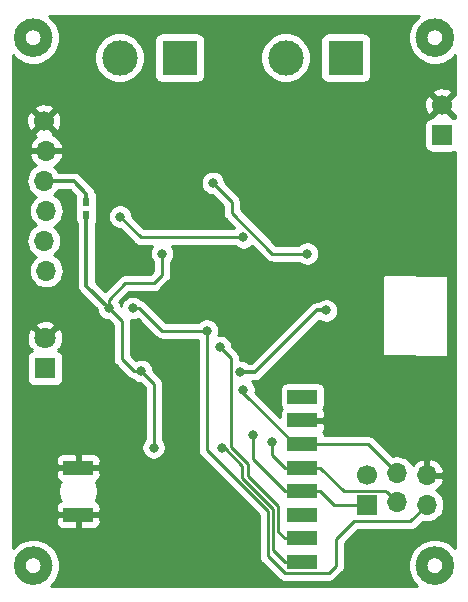
<source format=gbr>
G04 #@! TF.GenerationSoftware,KiCad,Pcbnew,(5.1.4)-1*
G04 #@! TF.CreationDate,2020-02-21T12:34:06+01:00*
G04 #@! TF.ProjectId,HB-UNI-Sen-TEMP-MAX6675,48422d55-4e49-42d5-9365-6e2d54454d50,rev?*
G04 #@! TF.SameCoordinates,Original*
G04 #@! TF.FileFunction,Copper,L2,Bot*
G04 #@! TF.FilePolarity,Positive*
%FSLAX46Y46*%
G04 Gerber Fmt 4.6, Leading zero omitted, Abs format (unit mm)*
G04 Created by KiCad (PCBNEW (5.1.4)-1) date 2020-02-21 12:34:06*
%MOMM*%
%LPD*%
G04 APERTURE LIST*
%ADD10C,1.000000*%
%ADD11O,1.700000X1.700000*%
%ADD12C,1.700000*%
%ADD13R,1.700000X1.700000*%
%ADD14R,0.600000X0.800000*%
%ADD15C,3.000000*%
%ADD16R,3.000000X3.000000*%
%ADD17R,1.800000X1.800000*%
%ADD18C,1.800000*%
%ADD19R,2.524000X1.200000*%
%ADD20C,0.800000*%
%ADD21C,0.250000*%
%ADD22C,0.300000*%
%ADD23C,0.254000*%
G04 APERTURE END LIST*
D10*
X179331923Y-72900000D02*
G75*
G03X179331923Y-72900000I-1131923J0D01*
G01*
X145331923Y-72900000D02*
G75*
G03X145331923Y-72900000I-1131923J0D01*
G01*
X179331923Y-117600000D02*
G75*
G03X179331923Y-117600000I-1131923J0D01*
G01*
X145331923Y-117600000D02*
G75*
G03X145331923Y-117600000I-1131923J0D01*
G01*
D11*
X177530000Y-109950000D03*
X177530000Y-112450000D03*
X174990000Y-109750000D03*
X174990000Y-112250000D03*
D12*
X172450000Y-109950000D03*
D13*
X172450000Y-112450000D03*
D14*
X148700000Y-86820000D03*
X148700000Y-87880000D03*
D15*
X165570000Y-74590000D03*
D16*
X170650000Y-74590000D03*
D15*
X151510000Y-74590000D03*
D16*
X156590000Y-74590000D03*
D17*
X145200000Y-100890000D03*
D18*
X145200000Y-98350000D03*
D13*
X178800000Y-81140000D03*
D12*
X178800000Y-78600000D03*
D11*
X145300000Y-92650000D03*
X145100000Y-90110000D03*
X145300000Y-87570000D03*
X145100000Y-85030000D03*
X145300000Y-82490000D03*
D12*
X145100000Y-79950000D03*
D19*
X148000000Y-113300000D03*
X148000000Y-109300000D03*
X167000000Y-117300000D03*
X167000000Y-115300000D03*
X167000000Y-113300000D03*
X167000000Y-111300000D03*
X167000000Y-109300000D03*
X167000000Y-107300000D03*
X167000000Y-105300000D03*
X167000000Y-103300000D03*
D20*
X162002000Y-89804000D03*
X151550000Y-88050000D03*
X160000000Y-99100000D03*
X154400000Y-107600000D03*
X150600000Y-95800000D03*
X155125000Y-91186000D03*
X153312500Y-101112500D03*
X167404000Y-91186000D03*
X159400000Y-85200000D03*
X167400000Y-103275000D03*
X171300000Y-92400000D03*
X173400000Y-101000000D03*
X143900000Y-105500000D03*
X167400000Y-105300000D03*
X159180000Y-87131000D03*
X171450000Y-87131000D03*
X167400000Y-99000000D03*
X153300000Y-99075000D03*
X172300000Y-96500000D03*
X167000000Y-117300000D03*
X160200000Y-107650000D03*
X169000000Y-96000000D03*
X161700000Y-101200000D03*
X152625000Y-95800000D03*
X158900000Y-97700000D03*
X162800000Y-106500000D03*
X164400000Y-107100000D03*
X162000000Y-102700000D03*
D21*
X162002000Y-89804000D02*
X153304000Y-89804000D01*
X153304000Y-89804000D02*
X151550000Y-88050000D01*
X151550000Y-88050000D02*
X151500000Y-88000000D01*
X160525000Y-99625000D02*
X160000000Y-99100000D01*
X160925001Y-100025001D02*
X160525000Y-99625000D01*
X162349991Y-108963581D02*
X160925001Y-107538591D01*
X162349990Y-109998400D02*
X162349991Y-108963581D01*
X164700000Y-112300000D02*
X162349990Y-109998400D01*
X164950010Y-112550010D02*
X164700000Y-112300000D01*
X160925001Y-107538591D02*
X160925001Y-100025001D01*
X164950010Y-114762010D02*
X164950010Y-112550010D01*
X165488000Y-115300000D02*
X164950010Y-114762010D01*
X167000000Y-115300000D02*
X165488000Y-115300000D01*
X152746815Y-101112500D02*
X151700000Y-100065685D01*
X153312500Y-101112500D02*
X152746815Y-101112500D01*
X151700000Y-96900000D02*
X150600000Y-95800000D01*
X151700000Y-100065685D02*
X151700000Y-96900000D01*
X150600000Y-95800000D02*
X150600000Y-95100000D01*
X150600000Y-95100000D02*
X152000000Y-93700000D01*
X152000000Y-93700000D02*
X154400000Y-93700000D01*
X155125000Y-92975000D02*
X155125000Y-91186000D01*
X154400000Y-93700000D02*
X155125000Y-92975000D01*
X164457002Y-91186000D02*
X161000000Y-87728998D01*
X167404000Y-91186000D02*
X164457002Y-91186000D01*
X161000000Y-87728998D02*
X161000000Y-86800000D01*
X161000000Y-86800000D02*
X159400000Y-85200000D01*
X159400000Y-85200000D02*
X159400000Y-85200000D01*
X154400000Y-102200000D02*
X153312500Y-101112500D01*
X154400000Y-107600000D02*
X154400000Y-102200000D01*
D22*
X150600000Y-95800000D02*
X150200001Y-95400001D01*
X150600000Y-95800000D02*
X148700000Y-93900000D01*
X148700000Y-93900000D02*
X148700000Y-90800000D01*
X148700000Y-90800000D02*
X148700000Y-88000000D01*
D21*
X162315180Y-110600000D02*
X161899981Y-110184801D01*
X164500000Y-112832900D02*
X162312408Y-110602720D01*
X164500000Y-116312000D02*
X164500000Y-112832900D01*
X167000000Y-117300000D02*
X167000000Y-117300000D01*
X165488000Y-117300000D02*
X164500000Y-116312000D01*
X167000000Y-117300000D02*
X165488000Y-117300000D01*
X161899981Y-110184801D02*
X161899981Y-109149981D01*
X161899981Y-109149981D02*
X160400000Y-107650000D01*
X160400000Y-107650000D02*
X160200000Y-107650000D01*
X160200000Y-107650000D02*
X160200000Y-107650000D01*
D22*
X161700000Y-101200000D02*
X163000000Y-101200000D01*
X168200000Y-96000000D02*
X169000000Y-96000000D01*
X163000000Y-101200000D02*
X168200000Y-96000000D01*
D21*
X153200000Y-95800000D02*
X155100000Y-97700000D01*
X152625000Y-95800000D02*
X153200000Y-95800000D01*
X158900000Y-97700000D02*
X158900000Y-97700000D01*
X155100000Y-97700000D02*
X158900000Y-97700000D01*
X165477999Y-118225001D02*
X169224999Y-118225001D01*
X158900000Y-97700000D02*
X158900000Y-107821230D01*
X158900000Y-107821230D02*
X161860623Y-110781853D01*
X161860623Y-110781853D02*
X161860623Y-110784773D01*
X161860623Y-110784773D02*
X164049990Y-113016753D01*
X164049990Y-113016753D02*
X164049990Y-116796992D01*
X164049990Y-116796992D02*
X165477999Y-118225001D01*
X177530000Y-112450000D02*
X176130000Y-113850000D01*
X176130000Y-113850000D02*
X171350000Y-113850000D01*
X169850000Y-115350000D02*
X169850000Y-117600000D01*
X171350000Y-113850000D02*
X169850000Y-115350000D01*
X169224999Y-118225001D02*
X169850000Y-117600000D01*
X162800000Y-106500000D02*
X162800000Y-106500000D01*
X162800000Y-108612000D02*
X162800000Y-107700000D01*
X165488000Y-111300000D02*
X162800000Y-108612000D01*
X167000000Y-111300000D02*
X165488000Y-111300000D01*
X162800000Y-107700000D02*
X162800000Y-106500000D01*
X171247919Y-112450000D02*
X172450000Y-112450000D01*
X169662000Y-112450000D02*
X171247919Y-112450000D01*
X168512000Y-111300000D02*
X169662000Y-112450000D01*
X167000000Y-111300000D02*
X168512000Y-111300000D01*
X167000000Y-109300000D02*
X165488000Y-109300000D01*
X165488000Y-109300000D02*
X164400000Y-108212000D01*
X164400000Y-108212000D02*
X164400000Y-107100000D01*
X168512000Y-109300000D02*
X168900000Y-109688000D01*
X175064999Y-112324999D02*
X175190001Y-112450001D01*
X174140001Y-111400001D02*
X174990000Y-112250000D01*
X174014999Y-111274999D02*
X174140001Y-111400001D01*
X170486999Y-111274999D02*
X174014999Y-111274999D01*
X168512000Y-109300000D02*
X170486999Y-111274999D01*
X167000000Y-109300000D02*
X168512000Y-109300000D01*
X166338000Y-107300000D02*
X162000000Y-102962000D01*
X167000000Y-107300000D02*
X166338000Y-107300000D01*
X162000000Y-102962000D02*
X162000000Y-102700000D01*
X162000000Y-102700000D02*
X162000000Y-102700000D01*
X168512000Y-107300000D02*
X167000000Y-107300000D01*
X168600000Y-107300000D02*
X168512000Y-107300000D01*
X172540000Y-107300000D02*
X174990000Y-109750000D01*
X167000000Y-107300000D02*
X172540000Y-107300000D01*
D22*
X146302081Y-85030000D02*
X145100000Y-85030000D01*
X147630000Y-85030000D02*
X146302081Y-85030000D01*
X148700000Y-86100000D02*
X147630000Y-85030000D01*
X148700000Y-86700000D02*
X148700000Y-86100000D01*
D23*
G36*
X176749191Y-71132185D02*
G01*
X176432185Y-71449191D01*
X176183114Y-71821952D01*
X176011551Y-72236141D01*
X175924089Y-72675842D01*
X175924089Y-73124158D01*
X176011551Y-73563859D01*
X176183114Y-73978048D01*
X176432185Y-74350809D01*
X176749191Y-74667815D01*
X177121952Y-74916886D01*
X177536141Y-75088449D01*
X177975842Y-75175911D01*
X178424158Y-75175911D01*
X178863859Y-75088449D01*
X179278048Y-74916886D01*
X179650809Y-74667815D01*
X179940001Y-74378623D01*
X179940001Y-77785994D01*
X179828397Y-77751208D01*
X178979605Y-78600000D01*
X179828397Y-79448792D01*
X179940001Y-79414006D01*
X179940001Y-79724990D01*
X179894180Y-79700498D01*
X179774482Y-79664188D01*
X179650000Y-79651928D01*
X179641458Y-79651928D01*
X179648792Y-79628397D01*
X178800000Y-78779605D01*
X177951208Y-79628397D01*
X177958542Y-79651928D01*
X177950000Y-79651928D01*
X177825518Y-79664188D01*
X177705820Y-79700498D01*
X177595506Y-79759463D01*
X177498815Y-79838815D01*
X177419463Y-79935506D01*
X177360498Y-80045820D01*
X177324188Y-80165518D01*
X177311928Y-80290000D01*
X177311928Y-81990000D01*
X177324188Y-82114482D01*
X177360498Y-82234180D01*
X177419463Y-82344494D01*
X177498815Y-82441185D01*
X177595506Y-82520537D01*
X177705820Y-82579502D01*
X177825518Y-82615812D01*
X177950000Y-82628072D01*
X179650000Y-82628072D01*
X179774482Y-82615812D01*
X179894180Y-82579502D01*
X179940001Y-82555010D01*
X179940000Y-116121376D01*
X179650809Y-115832185D01*
X179278048Y-115583114D01*
X178863859Y-115411551D01*
X178424158Y-115324089D01*
X177975842Y-115324089D01*
X177536141Y-115411551D01*
X177121952Y-115583114D01*
X176749191Y-115832185D01*
X176432185Y-116149191D01*
X176183114Y-116521952D01*
X176011551Y-116936141D01*
X175924089Y-117375842D01*
X175924089Y-117824158D01*
X176011551Y-118263859D01*
X176183114Y-118678048D01*
X176432185Y-119050809D01*
X176721376Y-119340000D01*
X145678624Y-119340000D01*
X145967815Y-119050809D01*
X146216886Y-118678048D01*
X146388449Y-118263859D01*
X146475911Y-117824158D01*
X146475911Y-117375842D01*
X146388449Y-116936141D01*
X146216886Y-116521952D01*
X145967815Y-116149191D01*
X145650809Y-115832185D01*
X145278048Y-115583114D01*
X144863859Y-115411551D01*
X144424158Y-115324089D01*
X143975842Y-115324089D01*
X143536141Y-115411551D01*
X143121952Y-115583114D01*
X142749191Y-115832185D01*
X142460000Y-116121376D01*
X142460000Y-113900000D01*
X146099928Y-113900000D01*
X146112188Y-114024482D01*
X146148498Y-114144180D01*
X146207463Y-114254494D01*
X146286815Y-114351185D01*
X146383506Y-114430537D01*
X146493820Y-114489502D01*
X146613518Y-114525812D01*
X146738000Y-114538072D01*
X147714250Y-114535000D01*
X147873000Y-114376250D01*
X147873000Y-113427000D01*
X148127000Y-113427000D01*
X148127000Y-114376250D01*
X148285750Y-114535000D01*
X149262000Y-114538072D01*
X149386482Y-114525812D01*
X149506180Y-114489502D01*
X149616494Y-114430537D01*
X149713185Y-114351185D01*
X149792537Y-114254494D01*
X149851502Y-114144180D01*
X149887812Y-114024482D01*
X149900072Y-113900000D01*
X149897000Y-113585750D01*
X149738250Y-113427000D01*
X148127000Y-113427000D01*
X147873000Y-113427000D01*
X146261750Y-113427000D01*
X146103000Y-113585750D01*
X146099928Y-113900000D01*
X142460000Y-113900000D01*
X142460000Y-109900000D01*
X146099928Y-109900000D01*
X146112188Y-110024482D01*
X146148498Y-110144180D01*
X146207463Y-110254494D01*
X146286815Y-110351185D01*
X146383506Y-110430537D01*
X146493820Y-110489502D01*
X146511451Y-110494850D01*
X146506772Y-110501853D01*
X146379754Y-110808504D01*
X146315000Y-111134042D01*
X146315000Y-111465958D01*
X146379754Y-111791496D01*
X146506772Y-112098147D01*
X146511451Y-112105150D01*
X146493820Y-112110498D01*
X146383506Y-112169463D01*
X146286815Y-112248815D01*
X146207463Y-112345506D01*
X146148498Y-112455820D01*
X146112188Y-112575518D01*
X146099928Y-112700000D01*
X146103000Y-113014250D01*
X146261750Y-113173000D01*
X147873000Y-113173000D01*
X147873000Y-113153000D01*
X148127000Y-113153000D01*
X148127000Y-113173000D01*
X149738250Y-113173000D01*
X149897000Y-113014250D01*
X149900072Y-112700000D01*
X149887812Y-112575518D01*
X149851502Y-112455820D01*
X149792537Y-112345506D01*
X149713185Y-112248815D01*
X149616494Y-112169463D01*
X149506180Y-112110498D01*
X149488549Y-112105150D01*
X149493228Y-112098147D01*
X149620246Y-111791496D01*
X149685000Y-111465958D01*
X149685000Y-111134042D01*
X149620246Y-110808504D01*
X149493228Y-110501853D01*
X149488549Y-110494850D01*
X149506180Y-110489502D01*
X149616494Y-110430537D01*
X149713185Y-110351185D01*
X149792537Y-110254494D01*
X149851502Y-110144180D01*
X149887812Y-110024482D01*
X149900072Y-109900000D01*
X149897000Y-109585750D01*
X149738250Y-109427000D01*
X148127000Y-109427000D01*
X148127000Y-109447000D01*
X147873000Y-109447000D01*
X147873000Y-109427000D01*
X146261750Y-109427000D01*
X146103000Y-109585750D01*
X146099928Y-109900000D01*
X142460000Y-109900000D01*
X142460000Y-108700000D01*
X146099928Y-108700000D01*
X146103000Y-109014250D01*
X146261750Y-109173000D01*
X147873000Y-109173000D01*
X147873000Y-108223750D01*
X148127000Y-108223750D01*
X148127000Y-109173000D01*
X149738250Y-109173000D01*
X149897000Y-109014250D01*
X149900072Y-108700000D01*
X149887812Y-108575518D01*
X149851502Y-108455820D01*
X149792537Y-108345506D01*
X149713185Y-108248815D01*
X149616494Y-108169463D01*
X149506180Y-108110498D01*
X149386482Y-108074188D01*
X149262000Y-108061928D01*
X148285750Y-108065000D01*
X148127000Y-108223750D01*
X147873000Y-108223750D01*
X147714250Y-108065000D01*
X146738000Y-108061928D01*
X146613518Y-108074188D01*
X146493820Y-108110498D01*
X146383506Y-108169463D01*
X146286815Y-108248815D01*
X146207463Y-108345506D01*
X146148498Y-108455820D01*
X146112188Y-108575518D01*
X146099928Y-108700000D01*
X142460000Y-108700000D01*
X142460000Y-98416553D01*
X143659009Y-98416553D01*
X143701603Y-98715907D01*
X143801778Y-99001199D01*
X143881739Y-99150792D01*
X144135918Y-99234474D01*
X144019970Y-99350422D01*
X144066735Y-99397187D01*
X144055820Y-99400498D01*
X143945506Y-99459463D01*
X143848815Y-99538815D01*
X143769463Y-99635506D01*
X143710498Y-99745820D01*
X143674188Y-99865518D01*
X143661928Y-99990000D01*
X143661928Y-101790000D01*
X143674188Y-101914482D01*
X143710498Y-102034180D01*
X143769463Y-102144494D01*
X143848815Y-102241185D01*
X143945506Y-102320537D01*
X144055820Y-102379502D01*
X144175518Y-102415812D01*
X144300000Y-102428072D01*
X146100000Y-102428072D01*
X146224482Y-102415812D01*
X146344180Y-102379502D01*
X146454494Y-102320537D01*
X146551185Y-102241185D01*
X146630537Y-102144494D01*
X146689502Y-102034180D01*
X146725812Y-101914482D01*
X146738072Y-101790000D01*
X146738072Y-99990000D01*
X146725812Y-99865518D01*
X146689502Y-99745820D01*
X146630537Y-99635506D01*
X146551185Y-99538815D01*
X146454494Y-99459463D01*
X146344180Y-99400498D01*
X146333265Y-99397187D01*
X146380030Y-99350422D01*
X146264082Y-99234474D01*
X146518261Y-99150792D01*
X146649158Y-98878225D01*
X146724365Y-98585358D01*
X146740991Y-98283447D01*
X146698397Y-97984093D01*
X146598222Y-97698801D01*
X146518261Y-97549208D01*
X146264080Y-97465525D01*
X145379605Y-98350000D01*
X145393748Y-98364143D01*
X145214143Y-98543748D01*
X145200000Y-98529605D01*
X145185858Y-98543748D01*
X145006253Y-98364143D01*
X145020395Y-98350000D01*
X144135920Y-97465525D01*
X143881739Y-97549208D01*
X143750842Y-97821775D01*
X143675635Y-98114642D01*
X143659009Y-98416553D01*
X142460000Y-98416553D01*
X142460000Y-97285920D01*
X144315525Y-97285920D01*
X145200000Y-98170395D01*
X146084475Y-97285920D01*
X146000792Y-97031739D01*
X145728225Y-96900842D01*
X145435358Y-96825635D01*
X145133447Y-96809009D01*
X144834093Y-96851603D01*
X144548801Y-96951778D01*
X144399208Y-97031739D01*
X144315525Y-97285920D01*
X142460000Y-97285920D01*
X142460000Y-85030000D01*
X143607815Y-85030000D01*
X143636487Y-85321111D01*
X143721401Y-85601034D01*
X143859294Y-85859014D01*
X144044866Y-86085134D01*
X144270986Y-86270706D01*
X144435335Y-86358552D01*
X144244866Y-86514866D01*
X144059294Y-86740986D01*
X143921401Y-86998966D01*
X143836487Y-87278889D01*
X143807815Y-87570000D01*
X143836487Y-87861111D01*
X143921401Y-88141034D01*
X144059294Y-88399014D01*
X144244866Y-88625134D01*
X144435335Y-88781448D01*
X144270986Y-88869294D01*
X144044866Y-89054866D01*
X143859294Y-89280986D01*
X143721401Y-89538966D01*
X143636487Y-89818889D01*
X143607815Y-90110000D01*
X143636487Y-90401111D01*
X143721401Y-90681034D01*
X143859294Y-90939014D01*
X144044866Y-91165134D01*
X144270986Y-91350706D01*
X144435335Y-91438552D01*
X144244866Y-91594866D01*
X144059294Y-91820986D01*
X143921401Y-92078966D01*
X143836487Y-92358889D01*
X143807815Y-92650000D01*
X143836487Y-92941111D01*
X143921401Y-93221034D01*
X144059294Y-93479014D01*
X144244866Y-93705134D01*
X144470986Y-93890706D01*
X144728966Y-94028599D01*
X145008889Y-94113513D01*
X145227050Y-94135000D01*
X145372950Y-94135000D01*
X145591111Y-94113513D01*
X145871034Y-94028599D01*
X146129014Y-93890706D01*
X146355134Y-93705134D01*
X146540706Y-93479014D01*
X146678599Y-93221034D01*
X146763513Y-92941111D01*
X146792185Y-92650000D01*
X146763513Y-92358889D01*
X146678599Y-92078966D01*
X146540706Y-91820986D01*
X146355134Y-91594866D01*
X146129014Y-91409294D01*
X145964665Y-91321448D01*
X146155134Y-91165134D01*
X146340706Y-90939014D01*
X146478599Y-90681034D01*
X146563513Y-90401111D01*
X146592185Y-90110000D01*
X146563513Y-89818889D01*
X146478599Y-89538966D01*
X146340706Y-89280986D01*
X146155134Y-89054866D01*
X145964665Y-88898552D01*
X146129014Y-88810706D01*
X146355134Y-88625134D01*
X146540706Y-88399014D01*
X146678599Y-88141034D01*
X146763513Y-87861111D01*
X146792185Y-87570000D01*
X146763513Y-87278889D01*
X146678599Y-86998966D01*
X146540706Y-86740986D01*
X146355134Y-86514866D01*
X146129014Y-86329294D01*
X145964665Y-86241448D01*
X146155134Y-86085134D01*
X146340706Y-85859014D01*
X146364232Y-85815000D01*
X147304843Y-85815000D01*
X147776788Y-86286945D01*
X147774188Y-86295518D01*
X147761928Y-86420000D01*
X147761928Y-87220000D01*
X147774188Y-87344482D01*
X147775862Y-87350000D01*
X147774188Y-87355518D01*
X147761928Y-87480000D01*
X147761928Y-88280000D01*
X147774188Y-88404482D01*
X147810498Y-88524180D01*
X147869463Y-88634494D01*
X147915001Y-88689982D01*
X147915000Y-90838560D01*
X147915001Y-90838570D01*
X147915000Y-93861447D01*
X147911203Y-93900000D01*
X147915000Y-93938553D01*
X147915000Y-93938560D01*
X147926359Y-94053886D01*
X147971246Y-94201859D01*
X148044138Y-94338232D01*
X148142236Y-94457764D01*
X148172190Y-94482347D01*
X149565000Y-95875157D01*
X149565000Y-95901939D01*
X149604774Y-96101898D01*
X149682795Y-96290256D01*
X149796063Y-96459774D01*
X149940226Y-96603937D01*
X150109744Y-96717205D01*
X150298102Y-96795226D01*
X150498061Y-96835000D01*
X150560199Y-96835000D01*
X150940001Y-97214803D01*
X150940000Y-100028362D01*
X150936324Y-100065685D01*
X150940000Y-100103007D01*
X150940000Y-100103017D01*
X150950997Y-100214670D01*
X150992807Y-100352500D01*
X150994454Y-100357931D01*
X151065026Y-100489961D01*
X151104871Y-100538511D01*
X151159999Y-100605686D01*
X151189002Y-100629489D01*
X152183015Y-101623502D01*
X152206814Y-101652501D01*
X152235812Y-101676299D01*
X152322538Y-101747474D01*
X152402098Y-101790000D01*
X152454568Y-101818046D01*
X152597776Y-101861487D01*
X152652726Y-101916437D01*
X152822244Y-102029705D01*
X153010602Y-102107726D01*
X153210561Y-102147500D01*
X153272699Y-102147500D01*
X153640001Y-102514803D01*
X153640000Y-106896289D01*
X153596063Y-106940226D01*
X153482795Y-107109744D01*
X153404774Y-107298102D01*
X153365000Y-107498061D01*
X153365000Y-107701939D01*
X153404774Y-107901898D01*
X153482795Y-108090256D01*
X153596063Y-108259774D01*
X153740226Y-108403937D01*
X153909744Y-108517205D01*
X154098102Y-108595226D01*
X154298061Y-108635000D01*
X154501939Y-108635000D01*
X154701898Y-108595226D01*
X154890256Y-108517205D01*
X155059774Y-108403937D01*
X155203937Y-108259774D01*
X155317205Y-108090256D01*
X155395226Y-107901898D01*
X155435000Y-107701939D01*
X155435000Y-107498061D01*
X155395226Y-107298102D01*
X155317205Y-107109744D01*
X155203937Y-106940226D01*
X155160000Y-106896289D01*
X155160000Y-102237322D01*
X155163676Y-102199999D01*
X155160000Y-102162676D01*
X155160000Y-102162667D01*
X155149003Y-102051014D01*
X155105546Y-101907753D01*
X155034974Y-101775724D01*
X154940001Y-101659999D01*
X154911003Y-101636201D01*
X154347500Y-101072699D01*
X154347500Y-101010561D01*
X154307726Y-100810602D01*
X154229705Y-100622244D01*
X154116437Y-100452726D01*
X153972274Y-100308563D01*
X153802756Y-100195295D01*
X153614398Y-100117274D01*
X153414439Y-100077500D01*
X153210561Y-100077500D01*
X153010602Y-100117274D01*
X152880345Y-100171229D01*
X152460000Y-99750884D01*
X152460000Y-96937323D01*
X152463676Y-96900000D01*
X152460000Y-96862677D01*
X152460000Y-96862667D01*
X152455960Y-96821653D01*
X152523061Y-96835000D01*
X152726939Y-96835000D01*
X152926898Y-96795226D01*
X153063742Y-96738543D01*
X154536201Y-98211003D01*
X154559999Y-98240001D01*
X154675724Y-98334974D01*
X154807753Y-98405546D01*
X154951014Y-98449003D01*
X155062667Y-98460000D01*
X155062675Y-98460000D01*
X155100000Y-98463676D01*
X155137325Y-98460000D01*
X158140000Y-98460000D01*
X158140001Y-107783898D01*
X158136324Y-107821230D01*
X158150998Y-107970215D01*
X158194454Y-108113476D01*
X158265026Y-108245506D01*
X158333226Y-108328607D01*
X158360000Y-108361231D01*
X158388998Y-108385029D01*
X161282199Y-111278231D01*
X161291925Y-111290318D01*
X161294494Y-111292937D01*
X161320622Y-111324774D01*
X161346782Y-111346243D01*
X163289990Y-113327273D01*
X163289991Y-116759660D01*
X163286314Y-116796992D01*
X163289991Y-116834325D01*
X163294069Y-116875724D01*
X163300988Y-116945977D01*
X163344444Y-117089238D01*
X163415016Y-117221268D01*
X163485994Y-117307754D01*
X163509990Y-117336993D01*
X163538988Y-117360791D01*
X164914200Y-118736004D01*
X164937998Y-118765002D01*
X165053723Y-118859975D01*
X165185752Y-118930547D01*
X165329013Y-118974004D01*
X165440666Y-118985001D01*
X165440674Y-118985001D01*
X165477999Y-118988677D01*
X165515324Y-118985001D01*
X169187677Y-118985001D01*
X169224999Y-118988677D01*
X169262321Y-118985001D01*
X169262332Y-118985001D01*
X169373985Y-118974004D01*
X169517246Y-118930547D01*
X169649275Y-118859975D01*
X169765000Y-118765002D01*
X169788802Y-118735999D01*
X170361002Y-118163800D01*
X170390001Y-118140001D01*
X170442513Y-118076015D01*
X170484974Y-118024277D01*
X170555546Y-117892247D01*
X170583308Y-117800725D01*
X170599003Y-117748986D01*
X170610000Y-117637333D01*
X170610000Y-117637323D01*
X170613676Y-117600000D01*
X170610000Y-117562677D01*
X170610000Y-115664801D01*
X171664802Y-114610000D01*
X176092678Y-114610000D01*
X176130000Y-114613676D01*
X176167322Y-114610000D01*
X176167333Y-114610000D01*
X176278986Y-114599003D01*
X176422247Y-114555546D01*
X176554276Y-114484974D01*
X176670001Y-114390001D01*
X176693804Y-114360997D01*
X177164004Y-113890797D01*
X177238889Y-113913513D01*
X177457050Y-113935000D01*
X177602950Y-113935000D01*
X177821111Y-113913513D01*
X178101034Y-113828599D01*
X178359014Y-113690706D01*
X178585134Y-113505134D01*
X178770706Y-113279014D01*
X178908599Y-113021034D01*
X178993513Y-112741111D01*
X179022185Y-112450000D01*
X178993513Y-112158889D01*
X178908599Y-111878966D01*
X178770706Y-111620986D01*
X178585134Y-111394866D01*
X178359014Y-111209294D01*
X178332485Y-111195114D01*
X178530269Y-111047588D01*
X178725178Y-110831355D01*
X178874157Y-110581252D01*
X178971481Y-110306891D01*
X178850814Y-110077000D01*
X177657000Y-110077000D01*
X177657000Y-110097000D01*
X177403000Y-110097000D01*
X177403000Y-110077000D01*
X177383000Y-110077000D01*
X177383000Y-109823000D01*
X177403000Y-109823000D01*
X177403000Y-108629845D01*
X177657000Y-108629845D01*
X177657000Y-109823000D01*
X178850814Y-109823000D01*
X178971481Y-109593109D01*
X178874157Y-109318748D01*
X178725178Y-109068645D01*
X178530269Y-108852412D01*
X178296920Y-108678359D01*
X178034099Y-108553175D01*
X177886890Y-108508524D01*
X177657000Y-108629845D01*
X177403000Y-108629845D01*
X177173110Y-108508524D01*
X177025901Y-108553175D01*
X176763080Y-108678359D01*
X176529731Y-108852412D01*
X176334822Y-109068645D01*
X176321545Y-109090934D01*
X176230706Y-108920986D01*
X176045134Y-108694866D01*
X175819014Y-108509294D01*
X175561034Y-108371401D01*
X175281111Y-108286487D01*
X175062950Y-108265000D01*
X174917050Y-108265000D01*
X174698889Y-108286487D01*
X174624005Y-108309203D01*
X173103804Y-106789003D01*
X173080001Y-106759999D01*
X172964276Y-106665026D01*
X172832247Y-106594454D01*
X172688986Y-106550997D01*
X172577333Y-106540000D01*
X172577322Y-106540000D01*
X172540000Y-106536324D01*
X172502678Y-106540000D01*
X168877038Y-106540000D01*
X168851502Y-106455820D01*
X168792537Y-106345506D01*
X168755191Y-106300000D01*
X168792537Y-106254494D01*
X168851502Y-106144180D01*
X168887812Y-106024482D01*
X168900072Y-105900000D01*
X168897000Y-105585750D01*
X168738250Y-105427000D01*
X167127000Y-105427000D01*
X167127000Y-105447000D01*
X166873000Y-105447000D01*
X166873000Y-105427000D01*
X166853000Y-105427000D01*
X166853000Y-105173000D01*
X166873000Y-105173000D01*
X166873000Y-105153000D01*
X167127000Y-105153000D01*
X167127000Y-105173000D01*
X168738250Y-105173000D01*
X168897000Y-105014250D01*
X168900072Y-104700000D01*
X168887812Y-104575518D01*
X168851502Y-104455820D01*
X168792537Y-104345506D01*
X168755191Y-104300000D01*
X168792537Y-104254494D01*
X168851502Y-104144180D01*
X168887812Y-104024482D01*
X168900072Y-103900000D01*
X168900072Y-102700000D01*
X168887812Y-102575518D01*
X168851502Y-102455820D01*
X168792537Y-102345506D01*
X168713185Y-102248815D01*
X168616494Y-102169463D01*
X168506180Y-102110498D01*
X168386482Y-102074188D01*
X168262000Y-102061928D01*
X165738000Y-102061928D01*
X165613518Y-102074188D01*
X165493820Y-102110498D01*
X165383506Y-102169463D01*
X165286815Y-102248815D01*
X165207463Y-102345506D01*
X165148498Y-102455820D01*
X165112188Y-102575518D01*
X165099928Y-102700000D01*
X165099928Y-103900000D01*
X165112188Y-104024482D01*
X165148498Y-104144180D01*
X165207463Y-104254494D01*
X165244809Y-104300000D01*
X165207463Y-104345506D01*
X165148498Y-104455820D01*
X165112188Y-104575518D01*
X165099928Y-104700000D01*
X165102763Y-104989960D01*
X163015048Y-102902247D01*
X163035000Y-102801939D01*
X163035000Y-102598061D01*
X162995226Y-102398102D01*
X162917205Y-102209744D01*
X162803937Y-102040226D01*
X162748711Y-101985000D01*
X162961447Y-101985000D01*
X163000000Y-101988797D01*
X163038553Y-101985000D01*
X163038561Y-101985000D01*
X163153887Y-101973641D01*
X163301860Y-101928754D01*
X163438233Y-101855862D01*
X163557764Y-101757764D01*
X163582347Y-101727810D01*
X168439732Y-96870425D01*
X168509744Y-96917205D01*
X168698102Y-96995226D01*
X168898061Y-97035000D01*
X169101939Y-97035000D01*
X169301898Y-96995226D01*
X169490256Y-96917205D01*
X169659774Y-96803937D01*
X169803937Y-96659774D01*
X169917205Y-96490256D01*
X169995226Y-96301898D01*
X170035000Y-96101939D01*
X170035000Y-95898061D01*
X169995226Y-95698102D01*
X169917205Y-95509744D01*
X169803937Y-95340226D01*
X169659774Y-95196063D01*
X169490256Y-95082795D01*
X169301898Y-95004774D01*
X169101939Y-94965000D01*
X168898061Y-94965000D01*
X168698102Y-95004774D01*
X168509744Y-95082795D01*
X168340226Y-95196063D01*
X168321289Y-95215000D01*
X168238556Y-95215000D01*
X168200000Y-95211203D01*
X168161444Y-95215000D01*
X168161439Y-95215000D01*
X168121026Y-95218980D01*
X168046113Y-95226358D01*
X167935216Y-95259999D01*
X167898140Y-95271246D01*
X167761767Y-95344138D01*
X167642236Y-95442236D01*
X167617653Y-95472190D01*
X162674843Y-100415000D01*
X162378711Y-100415000D01*
X162359774Y-100396063D01*
X162190256Y-100282795D01*
X162001898Y-100204774D01*
X161801939Y-100165000D01*
X161685001Y-100165000D01*
X161685001Y-100062324D01*
X161688677Y-100025001D01*
X161685001Y-99987678D01*
X161685001Y-99987668D01*
X161674004Y-99876015D01*
X161630547Y-99732754D01*
X161559975Y-99600725D01*
X161465002Y-99485000D01*
X161435998Y-99461197D01*
X161088804Y-99114003D01*
X161088799Y-99113997D01*
X161035000Y-99060198D01*
X161035000Y-98998061D01*
X160995226Y-98798102D01*
X160917205Y-98609744D01*
X160803937Y-98440226D01*
X160659774Y-98296063D01*
X160490256Y-98182795D01*
X160301898Y-98104774D01*
X160101939Y-98065000D01*
X159898061Y-98065000D01*
X159866487Y-98071280D01*
X159895226Y-98001898D01*
X159935000Y-97801939D01*
X159935000Y-97598061D01*
X159895226Y-97398102D01*
X159817205Y-97209744D01*
X159703937Y-97040226D01*
X159559774Y-96896063D01*
X159390256Y-96782795D01*
X159201898Y-96704774D01*
X159001939Y-96665000D01*
X158798061Y-96665000D01*
X158598102Y-96704774D01*
X158409744Y-96782795D01*
X158240226Y-96896063D01*
X158196289Y-96940000D01*
X155414802Y-96940000D01*
X153763804Y-95289003D01*
X153740001Y-95259999D01*
X153624276Y-95165026D01*
X153492247Y-95094454D01*
X153348986Y-95050997D01*
X153338694Y-95049983D01*
X153284774Y-94996063D01*
X153115256Y-94882795D01*
X152926898Y-94804774D01*
X152726939Y-94765000D01*
X152523061Y-94765000D01*
X152323102Y-94804774D01*
X152134744Y-94882795D01*
X151965226Y-94996063D01*
X151821063Y-95140226D01*
X151707795Y-95309744D01*
X151629774Y-95498102D01*
X151612500Y-95584945D01*
X151595226Y-95498102D01*
X151517205Y-95309744D01*
X151496318Y-95278484D01*
X152314802Y-94460000D01*
X154362678Y-94460000D01*
X154400000Y-94463676D01*
X154437322Y-94460000D01*
X154437333Y-94460000D01*
X154548986Y-94449003D01*
X154692247Y-94405546D01*
X154824276Y-94334974D01*
X154940001Y-94240001D01*
X154963803Y-94210998D01*
X155636004Y-93538798D01*
X155665001Y-93515001D01*
X155759974Y-93399276D01*
X155830546Y-93267247D01*
X155874003Y-93123986D01*
X155878827Y-93075000D01*
X173773000Y-93075000D01*
X173773000Y-99725000D01*
X173775102Y-99748012D01*
X173781991Y-99771936D01*
X173793416Y-99794056D01*
X173808936Y-99813523D01*
X173827956Y-99829588D01*
X173849744Y-99841633D01*
X173873464Y-99849197D01*
X173898203Y-99851987D01*
X179198203Y-99926987D01*
X179224776Y-99924560D01*
X179248601Y-99917333D01*
X179270557Y-99905597D01*
X179289803Y-99889803D01*
X179305597Y-99870557D01*
X179317333Y-99848601D01*
X179324560Y-99824776D01*
X179327000Y-99800000D01*
X179327000Y-93100000D01*
X179324675Y-93075811D01*
X179317561Y-93051953D01*
X179305928Y-93029941D01*
X179290225Y-93010622D01*
X179271055Y-92994737D01*
X179249154Y-92982898D01*
X179225364Y-92975559D01*
X179200599Y-92973001D01*
X173900599Y-92948001D01*
X173875224Y-92950440D01*
X173851399Y-92957667D01*
X173829443Y-92969403D01*
X173810197Y-92985197D01*
X173794403Y-93004443D01*
X173782667Y-93026399D01*
X173775440Y-93050224D01*
X173773000Y-93075000D01*
X155878827Y-93075000D01*
X155885000Y-93012333D01*
X155885000Y-93012323D01*
X155888676Y-92975000D01*
X155885000Y-92937677D01*
X155885000Y-91889711D01*
X155928937Y-91845774D01*
X156042205Y-91676256D01*
X156120226Y-91487898D01*
X156160000Y-91287939D01*
X156160000Y-91084061D01*
X156120226Y-90884102D01*
X156042205Y-90695744D01*
X155954177Y-90564000D01*
X161298289Y-90564000D01*
X161342226Y-90607937D01*
X161511744Y-90721205D01*
X161700102Y-90799226D01*
X161900061Y-90839000D01*
X162103939Y-90839000D01*
X162303898Y-90799226D01*
X162492256Y-90721205D01*
X162661774Y-90607937D01*
X162732956Y-90536755D01*
X163893203Y-91697003D01*
X163917001Y-91726001D01*
X163945999Y-91749799D01*
X164032725Y-91820974D01*
X164164755Y-91891546D01*
X164308016Y-91935003D01*
X164419669Y-91946000D01*
X164419678Y-91946000D01*
X164457001Y-91949676D01*
X164494324Y-91946000D01*
X166700289Y-91946000D01*
X166744226Y-91989937D01*
X166913744Y-92103205D01*
X167102102Y-92181226D01*
X167302061Y-92221000D01*
X167505939Y-92221000D01*
X167705898Y-92181226D01*
X167894256Y-92103205D01*
X168063774Y-91989937D01*
X168207937Y-91845774D01*
X168321205Y-91676256D01*
X168399226Y-91487898D01*
X168439000Y-91287939D01*
X168439000Y-91084061D01*
X168399226Y-90884102D01*
X168321205Y-90695744D01*
X168207937Y-90526226D01*
X168063774Y-90382063D01*
X167894256Y-90268795D01*
X167705898Y-90190774D01*
X167505939Y-90151000D01*
X167302061Y-90151000D01*
X167102102Y-90190774D01*
X166913744Y-90268795D01*
X166744226Y-90382063D01*
X166700289Y-90426000D01*
X164771804Y-90426000D01*
X161760000Y-87414197D01*
X161760000Y-86837325D01*
X161763676Y-86800000D01*
X161760000Y-86762675D01*
X161760000Y-86762667D01*
X161749003Y-86651014D01*
X161705546Y-86507753D01*
X161634974Y-86375724D01*
X161540001Y-86259999D01*
X161511003Y-86236201D01*
X160435000Y-85160199D01*
X160435000Y-85098061D01*
X160395226Y-84898102D01*
X160317205Y-84709744D01*
X160203937Y-84540226D01*
X160059774Y-84396063D01*
X159890256Y-84282795D01*
X159701898Y-84204774D01*
X159501939Y-84165000D01*
X159298061Y-84165000D01*
X159098102Y-84204774D01*
X158909744Y-84282795D01*
X158740226Y-84396063D01*
X158596063Y-84540226D01*
X158482795Y-84709744D01*
X158404774Y-84898102D01*
X158365000Y-85098061D01*
X158365000Y-85301939D01*
X158404774Y-85501898D01*
X158482795Y-85690256D01*
X158596063Y-85859774D01*
X158740226Y-86003937D01*
X158909744Y-86117205D01*
X159098102Y-86195226D01*
X159298061Y-86235000D01*
X159360199Y-86235000D01*
X160240001Y-87114802D01*
X160240000Y-87691675D01*
X160236324Y-87728998D01*
X160240000Y-87766320D01*
X160240000Y-87766330D01*
X160250997Y-87877983D01*
X160257984Y-87901015D01*
X160294454Y-88021244D01*
X160365026Y-88153274D01*
X160402541Y-88198986D01*
X160459999Y-88268999D01*
X160489003Y-88292802D01*
X161240201Y-89044000D01*
X153618802Y-89044000D01*
X152585000Y-88010199D01*
X152585000Y-87948061D01*
X152545226Y-87748102D01*
X152467205Y-87559744D01*
X152353937Y-87390226D01*
X152209774Y-87246063D01*
X152040256Y-87132795D01*
X151851898Y-87054774D01*
X151651939Y-87015000D01*
X151448061Y-87015000D01*
X151248102Y-87054774D01*
X151059744Y-87132795D01*
X150890226Y-87246063D01*
X150746063Y-87390226D01*
X150632795Y-87559744D01*
X150554774Y-87748102D01*
X150515000Y-87948061D01*
X150515000Y-88151939D01*
X150554774Y-88351898D01*
X150632795Y-88540256D01*
X150746063Y-88709774D01*
X150890226Y-88853937D01*
X151059744Y-88967205D01*
X151248102Y-89045226D01*
X151448061Y-89085000D01*
X151510199Y-89085000D01*
X152740201Y-90315003D01*
X152763999Y-90344001D01*
X152792997Y-90367799D01*
X152879724Y-90438974D01*
X153011753Y-90509546D01*
X153155014Y-90553003D01*
X153304000Y-90567677D01*
X153341333Y-90564000D01*
X154295823Y-90564000D01*
X154207795Y-90695744D01*
X154129774Y-90884102D01*
X154090000Y-91084061D01*
X154090000Y-91287939D01*
X154129774Y-91487898D01*
X154207795Y-91676256D01*
X154321063Y-91845774D01*
X154365001Y-91889712D01*
X154365000Y-92660198D01*
X154085199Y-92940000D01*
X152037322Y-92940000D01*
X152000000Y-92936324D01*
X151962677Y-92940000D01*
X151962667Y-92940000D01*
X151851014Y-92950997D01*
X151738270Y-92985197D01*
X151707753Y-92994454D01*
X151575723Y-93065026D01*
X151562582Y-93075811D01*
X151459999Y-93159999D01*
X151436201Y-93188997D01*
X150267678Y-94357521D01*
X149485000Y-93574843D01*
X149485000Y-88689981D01*
X149530537Y-88634494D01*
X149589502Y-88524180D01*
X149625812Y-88404482D01*
X149638072Y-88280000D01*
X149638072Y-87480000D01*
X149625812Y-87355518D01*
X149624138Y-87350000D01*
X149625812Y-87344482D01*
X149638072Y-87220000D01*
X149638072Y-86420000D01*
X149625812Y-86295518D01*
X149589502Y-86175820D01*
X149530537Y-86065506D01*
X149479245Y-86003006D01*
X149473642Y-85946113D01*
X149428754Y-85798140D01*
X149426642Y-85794188D01*
X149355862Y-85661767D01*
X149257764Y-85542236D01*
X149227810Y-85517653D01*
X148212347Y-84502190D01*
X148187764Y-84472236D01*
X148068233Y-84374138D01*
X147931860Y-84301246D01*
X147783887Y-84256359D01*
X147668561Y-84245000D01*
X147668553Y-84245000D01*
X147630000Y-84241203D01*
X147591447Y-84245000D01*
X146364232Y-84245000D01*
X146340706Y-84200986D01*
X146155134Y-83974866D01*
X145961630Y-83816062D01*
X146181355Y-83685178D01*
X146397588Y-83490269D01*
X146571641Y-83256920D01*
X146696825Y-82994099D01*
X146741476Y-82846890D01*
X146620155Y-82617000D01*
X145427000Y-82617000D01*
X145427000Y-82637000D01*
X145173000Y-82637000D01*
X145173000Y-82617000D01*
X143979845Y-82617000D01*
X143858524Y-82846890D01*
X143903175Y-82994099D01*
X144028359Y-83256920D01*
X144202412Y-83490269D01*
X144418645Y-83685178D01*
X144440934Y-83698455D01*
X144270986Y-83789294D01*
X144044866Y-83974866D01*
X143859294Y-84200986D01*
X143721401Y-84458966D01*
X143636487Y-84738889D01*
X143607815Y-85030000D01*
X142460000Y-85030000D01*
X142460000Y-82133110D01*
X143858524Y-82133110D01*
X143979845Y-82363000D01*
X145173000Y-82363000D01*
X145173000Y-82343000D01*
X145427000Y-82343000D01*
X145427000Y-82363000D01*
X146620155Y-82363000D01*
X146741476Y-82133110D01*
X146696825Y-81985901D01*
X146571641Y-81723080D01*
X146397588Y-81489731D01*
X146181355Y-81294822D01*
X145931252Y-81145843D01*
X145900050Y-81134775D01*
X145948792Y-80978397D01*
X145100000Y-80129605D01*
X144251208Y-80978397D01*
X144328843Y-81227472D01*
X144441518Y-81281197D01*
X144418645Y-81294822D01*
X144202412Y-81489731D01*
X144028359Y-81723080D01*
X143903175Y-81985901D01*
X143858524Y-82133110D01*
X142460000Y-82133110D01*
X142460000Y-80018531D01*
X143609389Y-80018531D01*
X143651401Y-80308019D01*
X143749081Y-80583747D01*
X143822528Y-80721157D01*
X144071603Y-80798792D01*
X144920395Y-79950000D01*
X145279605Y-79950000D01*
X146128397Y-80798792D01*
X146377472Y-80721157D01*
X146503371Y-80457117D01*
X146575339Y-80173589D01*
X146590611Y-79881469D01*
X146548599Y-79591981D01*
X146450919Y-79316253D01*
X146377472Y-79178843D01*
X146128397Y-79101208D01*
X145279605Y-79950000D01*
X144920395Y-79950000D01*
X144071603Y-79101208D01*
X143822528Y-79178843D01*
X143696629Y-79442883D01*
X143624661Y-79726411D01*
X143609389Y-80018531D01*
X142460000Y-80018531D01*
X142460000Y-78921603D01*
X144251208Y-78921603D01*
X145100000Y-79770395D01*
X145948792Y-78921603D01*
X145871157Y-78672528D01*
X145862775Y-78668531D01*
X177309389Y-78668531D01*
X177351401Y-78958019D01*
X177449081Y-79233747D01*
X177522528Y-79371157D01*
X177771603Y-79448792D01*
X178620395Y-78600000D01*
X177771603Y-77751208D01*
X177522528Y-77828843D01*
X177396629Y-78092883D01*
X177324661Y-78376411D01*
X177309389Y-78668531D01*
X145862775Y-78668531D01*
X145607117Y-78546629D01*
X145323589Y-78474661D01*
X145031469Y-78459389D01*
X144741981Y-78501401D01*
X144466253Y-78599081D01*
X144328843Y-78672528D01*
X144251208Y-78921603D01*
X142460000Y-78921603D01*
X142460000Y-77571603D01*
X177951208Y-77571603D01*
X178800000Y-78420395D01*
X179648792Y-77571603D01*
X179571157Y-77322528D01*
X179307117Y-77196629D01*
X179023589Y-77124661D01*
X178731469Y-77109389D01*
X178441981Y-77151401D01*
X178166253Y-77249081D01*
X178028843Y-77322528D01*
X177951208Y-77571603D01*
X142460000Y-77571603D01*
X142460000Y-74378624D01*
X142749191Y-74667815D01*
X143121952Y-74916886D01*
X143536141Y-75088449D01*
X143975842Y-75175911D01*
X144424158Y-75175911D01*
X144863859Y-75088449D01*
X145278048Y-74916886D01*
X145650809Y-74667815D01*
X145938903Y-74379721D01*
X149375000Y-74379721D01*
X149375000Y-74800279D01*
X149457047Y-75212756D01*
X149617988Y-75601302D01*
X149851637Y-75950983D01*
X150149017Y-76248363D01*
X150498698Y-76482012D01*
X150887244Y-76642953D01*
X151299721Y-76725000D01*
X151720279Y-76725000D01*
X152132756Y-76642953D01*
X152521302Y-76482012D01*
X152870983Y-76248363D01*
X153168363Y-75950983D01*
X153402012Y-75601302D01*
X153562953Y-75212756D01*
X153645000Y-74800279D01*
X153645000Y-74379721D01*
X153562953Y-73967244D01*
X153402012Y-73578698D01*
X153168363Y-73229017D01*
X153029346Y-73090000D01*
X154451928Y-73090000D01*
X154451928Y-76090000D01*
X154464188Y-76214482D01*
X154500498Y-76334180D01*
X154559463Y-76444494D01*
X154638815Y-76541185D01*
X154735506Y-76620537D01*
X154845820Y-76679502D01*
X154965518Y-76715812D01*
X155090000Y-76728072D01*
X158090000Y-76728072D01*
X158214482Y-76715812D01*
X158334180Y-76679502D01*
X158444494Y-76620537D01*
X158541185Y-76541185D01*
X158620537Y-76444494D01*
X158679502Y-76334180D01*
X158715812Y-76214482D01*
X158728072Y-76090000D01*
X158728072Y-74379721D01*
X163435000Y-74379721D01*
X163435000Y-74800279D01*
X163517047Y-75212756D01*
X163677988Y-75601302D01*
X163911637Y-75950983D01*
X164209017Y-76248363D01*
X164558698Y-76482012D01*
X164947244Y-76642953D01*
X165359721Y-76725000D01*
X165780279Y-76725000D01*
X166192756Y-76642953D01*
X166581302Y-76482012D01*
X166930983Y-76248363D01*
X167228363Y-75950983D01*
X167462012Y-75601302D01*
X167622953Y-75212756D01*
X167705000Y-74800279D01*
X167705000Y-74379721D01*
X167622953Y-73967244D01*
X167462012Y-73578698D01*
X167228363Y-73229017D01*
X167089346Y-73090000D01*
X168511928Y-73090000D01*
X168511928Y-76090000D01*
X168524188Y-76214482D01*
X168560498Y-76334180D01*
X168619463Y-76444494D01*
X168698815Y-76541185D01*
X168795506Y-76620537D01*
X168905820Y-76679502D01*
X169025518Y-76715812D01*
X169150000Y-76728072D01*
X172150000Y-76728072D01*
X172274482Y-76715812D01*
X172394180Y-76679502D01*
X172504494Y-76620537D01*
X172601185Y-76541185D01*
X172680537Y-76444494D01*
X172739502Y-76334180D01*
X172775812Y-76214482D01*
X172788072Y-76090000D01*
X172788072Y-73090000D01*
X172775812Y-72965518D01*
X172739502Y-72845820D01*
X172680537Y-72735506D01*
X172601185Y-72638815D01*
X172504494Y-72559463D01*
X172394180Y-72500498D01*
X172274482Y-72464188D01*
X172150000Y-72451928D01*
X169150000Y-72451928D01*
X169025518Y-72464188D01*
X168905820Y-72500498D01*
X168795506Y-72559463D01*
X168698815Y-72638815D01*
X168619463Y-72735506D01*
X168560498Y-72845820D01*
X168524188Y-72965518D01*
X168511928Y-73090000D01*
X167089346Y-73090000D01*
X166930983Y-72931637D01*
X166581302Y-72697988D01*
X166192756Y-72537047D01*
X165780279Y-72455000D01*
X165359721Y-72455000D01*
X164947244Y-72537047D01*
X164558698Y-72697988D01*
X164209017Y-72931637D01*
X163911637Y-73229017D01*
X163677988Y-73578698D01*
X163517047Y-73967244D01*
X163435000Y-74379721D01*
X158728072Y-74379721D01*
X158728072Y-73090000D01*
X158715812Y-72965518D01*
X158679502Y-72845820D01*
X158620537Y-72735506D01*
X158541185Y-72638815D01*
X158444494Y-72559463D01*
X158334180Y-72500498D01*
X158214482Y-72464188D01*
X158090000Y-72451928D01*
X155090000Y-72451928D01*
X154965518Y-72464188D01*
X154845820Y-72500498D01*
X154735506Y-72559463D01*
X154638815Y-72638815D01*
X154559463Y-72735506D01*
X154500498Y-72845820D01*
X154464188Y-72965518D01*
X154451928Y-73090000D01*
X153029346Y-73090000D01*
X152870983Y-72931637D01*
X152521302Y-72697988D01*
X152132756Y-72537047D01*
X151720279Y-72455000D01*
X151299721Y-72455000D01*
X150887244Y-72537047D01*
X150498698Y-72697988D01*
X150149017Y-72931637D01*
X149851637Y-73229017D01*
X149617988Y-73578698D01*
X149457047Y-73967244D01*
X149375000Y-74379721D01*
X145938903Y-74379721D01*
X145967815Y-74350809D01*
X146216886Y-73978048D01*
X146388449Y-73563859D01*
X146475911Y-73124158D01*
X146475911Y-72675842D01*
X146388449Y-72236141D01*
X146216886Y-71821952D01*
X145967815Y-71449191D01*
X145650809Y-71132185D01*
X145542777Y-71060000D01*
X176857223Y-71060000D01*
X176749191Y-71132185D01*
X176749191Y-71132185D01*
G37*
X176749191Y-71132185D02*
X176432185Y-71449191D01*
X176183114Y-71821952D01*
X176011551Y-72236141D01*
X175924089Y-72675842D01*
X175924089Y-73124158D01*
X176011551Y-73563859D01*
X176183114Y-73978048D01*
X176432185Y-74350809D01*
X176749191Y-74667815D01*
X177121952Y-74916886D01*
X177536141Y-75088449D01*
X177975842Y-75175911D01*
X178424158Y-75175911D01*
X178863859Y-75088449D01*
X179278048Y-74916886D01*
X179650809Y-74667815D01*
X179940001Y-74378623D01*
X179940001Y-77785994D01*
X179828397Y-77751208D01*
X178979605Y-78600000D01*
X179828397Y-79448792D01*
X179940001Y-79414006D01*
X179940001Y-79724990D01*
X179894180Y-79700498D01*
X179774482Y-79664188D01*
X179650000Y-79651928D01*
X179641458Y-79651928D01*
X179648792Y-79628397D01*
X178800000Y-78779605D01*
X177951208Y-79628397D01*
X177958542Y-79651928D01*
X177950000Y-79651928D01*
X177825518Y-79664188D01*
X177705820Y-79700498D01*
X177595506Y-79759463D01*
X177498815Y-79838815D01*
X177419463Y-79935506D01*
X177360498Y-80045820D01*
X177324188Y-80165518D01*
X177311928Y-80290000D01*
X177311928Y-81990000D01*
X177324188Y-82114482D01*
X177360498Y-82234180D01*
X177419463Y-82344494D01*
X177498815Y-82441185D01*
X177595506Y-82520537D01*
X177705820Y-82579502D01*
X177825518Y-82615812D01*
X177950000Y-82628072D01*
X179650000Y-82628072D01*
X179774482Y-82615812D01*
X179894180Y-82579502D01*
X179940001Y-82555010D01*
X179940000Y-116121376D01*
X179650809Y-115832185D01*
X179278048Y-115583114D01*
X178863859Y-115411551D01*
X178424158Y-115324089D01*
X177975842Y-115324089D01*
X177536141Y-115411551D01*
X177121952Y-115583114D01*
X176749191Y-115832185D01*
X176432185Y-116149191D01*
X176183114Y-116521952D01*
X176011551Y-116936141D01*
X175924089Y-117375842D01*
X175924089Y-117824158D01*
X176011551Y-118263859D01*
X176183114Y-118678048D01*
X176432185Y-119050809D01*
X176721376Y-119340000D01*
X145678624Y-119340000D01*
X145967815Y-119050809D01*
X146216886Y-118678048D01*
X146388449Y-118263859D01*
X146475911Y-117824158D01*
X146475911Y-117375842D01*
X146388449Y-116936141D01*
X146216886Y-116521952D01*
X145967815Y-116149191D01*
X145650809Y-115832185D01*
X145278048Y-115583114D01*
X144863859Y-115411551D01*
X144424158Y-115324089D01*
X143975842Y-115324089D01*
X143536141Y-115411551D01*
X143121952Y-115583114D01*
X142749191Y-115832185D01*
X142460000Y-116121376D01*
X142460000Y-113900000D01*
X146099928Y-113900000D01*
X146112188Y-114024482D01*
X146148498Y-114144180D01*
X146207463Y-114254494D01*
X146286815Y-114351185D01*
X146383506Y-114430537D01*
X146493820Y-114489502D01*
X146613518Y-114525812D01*
X146738000Y-114538072D01*
X147714250Y-114535000D01*
X147873000Y-114376250D01*
X147873000Y-113427000D01*
X148127000Y-113427000D01*
X148127000Y-114376250D01*
X148285750Y-114535000D01*
X149262000Y-114538072D01*
X149386482Y-114525812D01*
X149506180Y-114489502D01*
X149616494Y-114430537D01*
X149713185Y-114351185D01*
X149792537Y-114254494D01*
X149851502Y-114144180D01*
X149887812Y-114024482D01*
X149900072Y-113900000D01*
X149897000Y-113585750D01*
X149738250Y-113427000D01*
X148127000Y-113427000D01*
X147873000Y-113427000D01*
X146261750Y-113427000D01*
X146103000Y-113585750D01*
X146099928Y-113900000D01*
X142460000Y-113900000D01*
X142460000Y-109900000D01*
X146099928Y-109900000D01*
X146112188Y-110024482D01*
X146148498Y-110144180D01*
X146207463Y-110254494D01*
X146286815Y-110351185D01*
X146383506Y-110430537D01*
X146493820Y-110489502D01*
X146511451Y-110494850D01*
X146506772Y-110501853D01*
X146379754Y-110808504D01*
X146315000Y-111134042D01*
X146315000Y-111465958D01*
X146379754Y-111791496D01*
X146506772Y-112098147D01*
X146511451Y-112105150D01*
X146493820Y-112110498D01*
X146383506Y-112169463D01*
X146286815Y-112248815D01*
X146207463Y-112345506D01*
X146148498Y-112455820D01*
X146112188Y-112575518D01*
X146099928Y-112700000D01*
X146103000Y-113014250D01*
X146261750Y-113173000D01*
X147873000Y-113173000D01*
X147873000Y-113153000D01*
X148127000Y-113153000D01*
X148127000Y-113173000D01*
X149738250Y-113173000D01*
X149897000Y-113014250D01*
X149900072Y-112700000D01*
X149887812Y-112575518D01*
X149851502Y-112455820D01*
X149792537Y-112345506D01*
X149713185Y-112248815D01*
X149616494Y-112169463D01*
X149506180Y-112110498D01*
X149488549Y-112105150D01*
X149493228Y-112098147D01*
X149620246Y-111791496D01*
X149685000Y-111465958D01*
X149685000Y-111134042D01*
X149620246Y-110808504D01*
X149493228Y-110501853D01*
X149488549Y-110494850D01*
X149506180Y-110489502D01*
X149616494Y-110430537D01*
X149713185Y-110351185D01*
X149792537Y-110254494D01*
X149851502Y-110144180D01*
X149887812Y-110024482D01*
X149900072Y-109900000D01*
X149897000Y-109585750D01*
X149738250Y-109427000D01*
X148127000Y-109427000D01*
X148127000Y-109447000D01*
X147873000Y-109447000D01*
X147873000Y-109427000D01*
X146261750Y-109427000D01*
X146103000Y-109585750D01*
X146099928Y-109900000D01*
X142460000Y-109900000D01*
X142460000Y-108700000D01*
X146099928Y-108700000D01*
X146103000Y-109014250D01*
X146261750Y-109173000D01*
X147873000Y-109173000D01*
X147873000Y-108223750D01*
X148127000Y-108223750D01*
X148127000Y-109173000D01*
X149738250Y-109173000D01*
X149897000Y-109014250D01*
X149900072Y-108700000D01*
X149887812Y-108575518D01*
X149851502Y-108455820D01*
X149792537Y-108345506D01*
X149713185Y-108248815D01*
X149616494Y-108169463D01*
X149506180Y-108110498D01*
X149386482Y-108074188D01*
X149262000Y-108061928D01*
X148285750Y-108065000D01*
X148127000Y-108223750D01*
X147873000Y-108223750D01*
X147714250Y-108065000D01*
X146738000Y-108061928D01*
X146613518Y-108074188D01*
X146493820Y-108110498D01*
X146383506Y-108169463D01*
X146286815Y-108248815D01*
X146207463Y-108345506D01*
X146148498Y-108455820D01*
X146112188Y-108575518D01*
X146099928Y-108700000D01*
X142460000Y-108700000D01*
X142460000Y-98416553D01*
X143659009Y-98416553D01*
X143701603Y-98715907D01*
X143801778Y-99001199D01*
X143881739Y-99150792D01*
X144135918Y-99234474D01*
X144019970Y-99350422D01*
X144066735Y-99397187D01*
X144055820Y-99400498D01*
X143945506Y-99459463D01*
X143848815Y-99538815D01*
X143769463Y-99635506D01*
X143710498Y-99745820D01*
X143674188Y-99865518D01*
X143661928Y-99990000D01*
X143661928Y-101790000D01*
X143674188Y-101914482D01*
X143710498Y-102034180D01*
X143769463Y-102144494D01*
X143848815Y-102241185D01*
X143945506Y-102320537D01*
X144055820Y-102379502D01*
X144175518Y-102415812D01*
X144300000Y-102428072D01*
X146100000Y-102428072D01*
X146224482Y-102415812D01*
X146344180Y-102379502D01*
X146454494Y-102320537D01*
X146551185Y-102241185D01*
X146630537Y-102144494D01*
X146689502Y-102034180D01*
X146725812Y-101914482D01*
X146738072Y-101790000D01*
X146738072Y-99990000D01*
X146725812Y-99865518D01*
X146689502Y-99745820D01*
X146630537Y-99635506D01*
X146551185Y-99538815D01*
X146454494Y-99459463D01*
X146344180Y-99400498D01*
X146333265Y-99397187D01*
X146380030Y-99350422D01*
X146264082Y-99234474D01*
X146518261Y-99150792D01*
X146649158Y-98878225D01*
X146724365Y-98585358D01*
X146740991Y-98283447D01*
X146698397Y-97984093D01*
X146598222Y-97698801D01*
X146518261Y-97549208D01*
X146264080Y-97465525D01*
X145379605Y-98350000D01*
X145393748Y-98364143D01*
X145214143Y-98543748D01*
X145200000Y-98529605D01*
X145185858Y-98543748D01*
X145006253Y-98364143D01*
X145020395Y-98350000D01*
X144135920Y-97465525D01*
X143881739Y-97549208D01*
X143750842Y-97821775D01*
X143675635Y-98114642D01*
X143659009Y-98416553D01*
X142460000Y-98416553D01*
X142460000Y-97285920D01*
X144315525Y-97285920D01*
X145200000Y-98170395D01*
X146084475Y-97285920D01*
X146000792Y-97031739D01*
X145728225Y-96900842D01*
X145435358Y-96825635D01*
X145133447Y-96809009D01*
X144834093Y-96851603D01*
X144548801Y-96951778D01*
X144399208Y-97031739D01*
X144315525Y-97285920D01*
X142460000Y-97285920D01*
X142460000Y-85030000D01*
X143607815Y-85030000D01*
X143636487Y-85321111D01*
X143721401Y-85601034D01*
X143859294Y-85859014D01*
X144044866Y-86085134D01*
X144270986Y-86270706D01*
X144435335Y-86358552D01*
X144244866Y-86514866D01*
X144059294Y-86740986D01*
X143921401Y-86998966D01*
X143836487Y-87278889D01*
X143807815Y-87570000D01*
X143836487Y-87861111D01*
X143921401Y-88141034D01*
X144059294Y-88399014D01*
X144244866Y-88625134D01*
X144435335Y-88781448D01*
X144270986Y-88869294D01*
X144044866Y-89054866D01*
X143859294Y-89280986D01*
X143721401Y-89538966D01*
X143636487Y-89818889D01*
X143607815Y-90110000D01*
X143636487Y-90401111D01*
X143721401Y-90681034D01*
X143859294Y-90939014D01*
X144044866Y-91165134D01*
X144270986Y-91350706D01*
X144435335Y-91438552D01*
X144244866Y-91594866D01*
X144059294Y-91820986D01*
X143921401Y-92078966D01*
X143836487Y-92358889D01*
X143807815Y-92650000D01*
X143836487Y-92941111D01*
X143921401Y-93221034D01*
X144059294Y-93479014D01*
X144244866Y-93705134D01*
X144470986Y-93890706D01*
X144728966Y-94028599D01*
X145008889Y-94113513D01*
X145227050Y-94135000D01*
X145372950Y-94135000D01*
X145591111Y-94113513D01*
X145871034Y-94028599D01*
X146129014Y-93890706D01*
X146355134Y-93705134D01*
X146540706Y-93479014D01*
X146678599Y-93221034D01*
X146763513Y-92941111D01*
X146792185Y-92650000D01*
X146763513Y-92358889D01*
X146678599Y-92078966D01*
X146540706Y-91820986D01*
X146355134Y-91594866D01*
X146129014Y-91409294D01*
X145964665Y-91321448D01*
X146155134Y-91165134D01*
X146340706Y-90939014D01*
X146478599Y-90681034D01*
X146563513Y-90401111D01*
X146592185Y-90110000D01*
X146563513Y-89818889D01*
X146478599Y-89538966D01*
X146340706Y-89280986D01*
X146155134Y-89054866D01*
X145964665Y-88898552D01*
X146129014Y-88810706D01*
X146355134Y-88625134D01*
X146540706Y-88399014D01*
X146678599Y-88141034D01*
X146763513Y-87861111D01*
X146792185Y-87570000D01*
X146763513Y-87278889D01*
X146678599Y-86998966D01*
X146540706Y-86740986D01*
X146355134Y-86514866D01*
X146129014Y-86329294D01*
X145964665Y-86241448D01*
X146155134Y-86085134D01*
X146340706Y-85859014D01*
X146364232Y-85815000D01*
X147304843Y-85815000D01*
X147776788Y-86286945D01*
X147774188Y-86295518D01*
X147761928Y-86420000D01*
X147761928Y-87220000D01*
X147774188Y-87344482D01*
X147775862Y-87350000D01*
X147774188Y-87355518D01*
X147761928Y-87480000D01*
X147761928Y-88280000D01*
X147774188Y-88404482D01*
X147810498Y-88524180D01*
X147869463Y-88634494D01*
X147915001Y-88689982D01*
X147915000Y-90838560D01*
X147915001Y-90838570D01*
X147915000Y-93861447D01*
X147911203Y-93900000D01*
X147915000Y-93938553D01*
X147915000Y-93938560D01*
X147926359Y-94053886D01*
X147971246Y-94201859D01*
X148044138Y-94338232D01*
X148142236Y-94457764D01*
X148172190Y-94482347D01*
X149565000Y-95875157D01*
X149565000Y-95901939D01*
X149604774Y-96101898D01*
X149682795Y-96290256D01*
X149796063Y-96459774D01*
X149940226Y-96603937D01*
X150109744Y-96717205D01*
X150298102Y-96795226D01*
X150498061Y-96835000D01*
X150560199Y-96835000D01*
X150940001Y-97214803D01*
X150940000Y-100028362D01*
X150936324Y-100065685D01*
X150940000Y-100103007D01*
X150940000Y-100103017D01*
X150950997Y-100214670D01*
X150992807Y-100352500D01*
X150994454Y-100357931D01*
X151065026Y-100489961D01*
X151104871Y-100538511D01*
X151159999Y-100605686D01*
X151189002Y-100629489D01*
X152183015Y-101623502D01*
X152206814Y-101652501D01*
X152235812Y-101676299D01*
X152322538Y-101747474D01*
X152402098Y-101790000D01*
X152454568Y-101818046D01*
X152597776Y-101861487D01*
X152652726Y-101916437D01*
X152822244Y-102029705D01*
X153010602Y-102107726D01*
X153210561Y-102147500D01*
X153272699Y-102147500D01*
X153640001Y-102514803D01*
X153640000Y-106896289D01*
X153596063Y-106940226D01*
X153482795Y-107109744D01*
X153404774Y-107298102D01*
X153365000Y-107498061D01*
X153365000Y-107701939D01*
X153404774Y-107901898D01*
X153482795Y-108090256D01*
X153596063Y-108259774D01*
X153740226Y-108403937D01*
X153909744Y-108517205D01*
X154098102Y-108595226D01*
X154298061Y-108635000D01*
X154501939Y-108635000D01*
X154701898Y-108595226D01*
X154890256Y-108517205D01*
X155059774Y-108403937D01*
X155203937Y-108259774D01*
X155317205Y-108090256D01*
X155395226Y-107901898D01*
X155435000Y-107701939D01*
X155435000Y-107498061D01*
X155395226Y-107298102D01*
X155317205Y-107109744D01*
X155203937Y-106940226D01*
X155160000Y-106896289D01*
X155160000Y-102237322D01*
X155163676Y-102199999D01*
X155160000Y-102162676D01*
X155160000Y-102162667D01*
X155149003Y-102051014D01*
X155105546Y-101907753D01*
X155034974Y-101775724D01*
X154940001Y-101659999D01*
X154911003Y-101636201D01*
X154347500Y-101072699D01*
X154347500Y-101010561D01*
X154307726Y-100810602D01*
X154229705Y-100622244D01*
X154116437Y-100452726D01*
X153972274Y-100308563D01*
X153802756Y-100195295D01*
X153614398Y-100117274D01*
X153414439Y-100077500D01*
X153210561Y-100077500D01*
X153010602Y-100117274D01*
X152880345Y-100171229D01*
X152460000Y-99750884D01*
X152460000Y-96937323D01*
X152463676Y-96900000D01*
X152460000Y-96862677D01*
X152460000Y-96862667D01*
X152455960Y-96821653D01*
X152523061Y-96835000D01*
X152726939Y-96835000D01*
X152926898Y-96795226D01*
X153063742Y-96738543D01*
X154536201Y-98211003D01*
X154559999Y-98240001D01*
X154675724Y-98334974D01*
X154807753Y-98405546D01*
X154951014Y-98449003D01*
X155062667Y-98460000D01*
X155062675Y-98460000D01*
X155100000Y-98463676D01*
X155137325Y-98460000D01*
X158140000Y-98460000D01*
X158140001Y-107783898D01*
X158136324Y-107821230D01*
X158150998Y-107970215D01*
X158194454Y-108113476D01*
X158265026Y-108245506D01*
X158333226Y-108328607D01*
X158360000Y-108361231D01*
X158388998Y-108385029D01*
X161282199Y-111278231D01*
X161291925Y-111290318D01*
X161294494Y-111292937D01*
X161320622Y-111324774D01*
X161346782Y-111346243D01*
X163289990Y-113327273D01*
X163289991Y-116759660D01*
X163286314Y-116796992D01*
X163289991Y-116834325D01*
X163294069Y-116875724D01*
X163300988Y-116945977D01*
X163344444Y-117089238D01*
X163415016Y-117221268D01*
X163485994Y-117307754D01*
X163509990Y-117336993D01*
X163538988Y-117360791D01*
X164914200Y-118736004D01*
X164937998Y-118765002D01*
X165053723Y-118859975D01*
X165185752Y-118930547D01*
X165329013Y-118974004D01*
X165440666Y-118985001D01*
X165440674Y-118985001D01*
X165477999Y-118988677D01*
X165515324Y-118985001D01*
X169187677Y-118985001D01*
X169224999Y-118988677D01*
X169262321Y-118985001D01*
X169262332Y-118985001D01*
X169373985Y-118974004D01*
X169517246Y-118930547D01*
X169649275Y-118859975D01*
X169765000Y-118765002D01*
X169788802Y-118735999D01*
X170361002Y-118163800D01*
X170390001Y-118140001D01*
X170442513Y-118076015D01*
X170484974Y-118024277D01*
X170555546Y-117892247D01*
X170583308Y-117800725D01*
X170599003Y-117748986D01*
X170610000Y-117637333D01*
X170610000Y-117637323D01*
X170613676Y-117600000D01*
X170610000Y-117562677D01*
X170610000Y-115664801D01*
X171664802Y-114610000D01*
X176092678Y-114610000D01*
X176130000Y-114613676D01*
X176167322Y-114610000D01*
X176167333Y-114610000D01*
X176278986Y-114599003D01*
X176422247Y-114555546D01*
X176554276Y-114484974D01*
X176670001Y-114390001D01*
X176693804Y-114360997D01*
X177164004Y-113890797D01*
X177238889Y-113913513D01*
X177457050Y-113935000D01*
X177602950Y-113935000D01*
X177821111Y-113913513D01*
X178101034Y-113828599D01*
X178359014Y-113690706D01*
X178585134Y-113505134D01*
X178770706Y-113279014D01*
X178908599Y-113021034D01*
X178993513Y-112741111D01*
X179022185Y-112450000D01*
X178993513Y-112158889D01*
X178908599Y-111878966D01*
X178770706Y-111620986D01*
X178585134Y-111394866D01*
X178359014Y-111209294D01*
X178332485Y-111195114D01*
X178530269Y-111047588D01*
X178725178Y-110831355D01*
X178874157Y-110581252D01*
X178971481Y-110306891D01*
X178850814Y-110077000D01*
X177657000Y-110077000D01*
X177657000Y-110097000D01*
X177403000Y-110097000D01*
X177403000Y-110077000D01*
X177383000Y-110077000D01*
X177383000Y-109823000D01*
X177403000Y-109823000D01*
X177403000Y-108629845D01*
X177657000Y-108629845D01*
X177657000Y-109823000D01*
X178850814Y-109823000D01*
X178971481Y-109593109D01*
X178874157Y-109318748D01*
X178725178Y-109068645D01*
X178530269Y-108852412D01*
X178296920Y-108678359D01*
X178034099Y-108553175D01*
X177886890Y-108508524D01*
X177657000Y-108629845D01*
X177403000Y-108629845D01*
X177173110Y-108508524D01*
X177025901Y-108553175D01*
X176763080Y-108678359D01*
X176529731Y-108852412D01*
X176334822Y-109068645D01*
X176321545Y-109090934D01*
X176230706Y-108920986D01*
X176045134Y-108694866D01*
X175819014Y-108509294D01*
X175561034Y-108371401D01*
X175281111Y-108286487D01*
X175062950Y-108265000D01*
X174917050Y-108265000D01*
X174698889Y-108286487D01*
X174624005Y-108309203D01*
X173103804Y-106789003D01*
X173080001Y-106759999D01*
X172964276Y-106665026D01*
X172832247Y-106594454D01*
X172688986Y-106550997D01*
X172577333Y-106540000D01*
X172577322Y-106540000D01*
X172540000Y-106536324D01*
X172502678Y-106540000D01*
X168877038Y-106540000D01*
X168851502Y-106455820D01*
X168792537Y-106345506D01*
X168755191Y-106300000D01*
X168792537Y-106254494D01*
X168851502Y-106144180D01*
X168887812Y-106024482D01*
X168900072Y-105900000D01*
X168897000Y-105585750D01*
X168738250Y-105427000D01*
X167127000Y-105427000D01*
X167127000Y-105447000D01*
X166873000Y-105447000D01*
X166873000Y-105427000D01*
X166853000Y-105427000D01*
X166853000Y-105173000D01*
X166873000Y-105173000D01*
X166873000Y-105153000D01*
X167127000Y-105153000D01*
X167127000Y-105173000D01*
X168738250Y-105173000D01*
X168897000Y-105014250D01*
X168900072Y-104700000D01*
X168887812Y-104575518D01*
X168851502Y-104455820D01*
X168792537Y-104345506D01*
X168755191Y-104300000D01*
X168792537Y-104254494D01*
X168851502Y-104144180D01*
X168887812Y-104024482D01*
X168900072Y-103900000D01*
X168900072Y-102700000D01*
X168887812Y-102575518D01*
X168851502Y-102455820D01*
X168792537Y-102345506D01*
X168713185Y-102248815D01*
X168616494Y-102169463D01*
X168506180Y-102110498D01*
X168386482Y-102074188D01*
X168262000Y-102061928D01*
X165738000Y-102061928D01*
X165613518Y-102074188D01*
X165493820Y-102110498D01*
X165383506Y-102169463D01*
X165286815Y-102248815D01*
X165207463Y-102345506D01*
X165148498Y-102455820D01*
X165112188Y-102575518D01*
X165099928Y-102700000D01*
X165099928Y-103900000D01*
X165112188Y-104024482D01*
X165148498Y-104144180D01*
X165207463Y-104254494D01*
X165244809Y-104300000D01*
X165207463Y-104345506D01*
X165148498Y-104455820D01*
X165112188Y-104575518D01*
X165099928Y-104700000D01*
X165102763Y-104989960D01*
X163015048Y-102902247D01*
X163035000Y-102801939D01*
X163035000Y-102598061D01*
X162995226Y-102398102D01*
X162917205Y-102209744D01*
X162803937Y-102040226D01*
X162748711Y-101985000D01*
X162961447Y-101985000D01*
X163000000Y-101988797D01*
X163038553Y-101985000D01*
X163038561Y-101985000D01*
X163153887Y-101973641D01*
X163301860Y-101928754D01*
X163438233Y-101855862D01*
X163557764Y-101757764D01*
X163582347Y-101727810D01*
X168439732Y-96870425D01*
X168509744Y-96917205D01*
X168698102Y-96995226D01*
X168898061Y-97035000D01*
X169101939Y-97035000D01*
X169301898Y-96995226D01*
X169490256Y-96917205D01*
X169659774Y-96803937D01*
X169803937Y-96659774D01*
X169917205Y-96490256D01*
X169995226Y-96301898D01*
X170035000Y-96101939D01*
X170035000Y-95898061D01*
X169995226Y-95698102D01*
X169917205Y-95509744D01*
X169803937Y-95340226D01*
X169659774Y-95196063D01*
X169490256Y-95082795D01*
X169301898Y-95004774D01*
X169101939Y-94965000D01*
X168898061Y-94965000D01*
X168698102Y-95004774D01*
X168509744Y-95082795D01*
X168340226Y-95196063D01*
X168321289Y-95215000D01*
X168238556Y-95215000D01*
X168200000Y-95211203D01*
X168161444Y-95215000D01*
X168161439Y-95215000D01*
X168121026Y-95218980D01*
X168046113Y-95226358D01*
X167935216Y-95259999D01*
X167898140Y-95271246D01*
X167761767Y-95344138D01*
X167642236Y-95442236D01*
X167617653Y-95472190D01*
X162674843Y-100415000D01*
X162378711Y-100415000D01*
X162359774Y-100396063D01*
X162190256Y-100282795D01*
X162001898Y-100204774D01*
X161801939Y-100165000D01*
X161685001Y-100165000D01*
X161685001Y-100062324D01*
X161688677Y-100025001D01*
X161685001Y-99987678D01*
X161685001Y-99987668D01*
X161674004Y-99876015D01*
X161630547Y-99732754D01*
X161559975Y-99600725D01*
X161465002Y-99485000D01*
X161435998Y-99461197D01*
X161088804Y-99114003D01*
X161088799Y-99113997D01*
X161035000Y-99060198D01*
X161035000Y-98998061D01*
X160995226Y-98798102D01*
X160917205Y-98609744D01*
X160803937Y-98440226D01*
X160659774Y-98296063D01*
X160490256Y-98182795D01*
X160301898Y-98104774D01*
X160101939Y-98065000D01*
X159898061Y-98065000D01*
X159866487Y-98071280D01*
X159895226Y-98001898D01*
X159935000Y-97801939D01*
X159935000Y-97598061D01*
X159895226Y-97398102D01*
X159817205Y-97209744D01*
X159703937Y-97040226D01*
X159559774Y-96896063D01*
X159390256Y-96782795D01*
X159201898Y-96704774D01*
X159001939Y-96665000D01*
X158798061Y-96665000D01*
X158598102Y-96704774D01*
X158409744Y-96782795D01*
X158240226Y-96896063D01*
X158196289Y-96940000D01*
X155414802Y-96940000D01*
X153763804Y-95289003D01*
X153740001Y-95259999D01*
X153624276Y-95165026D01*
X153492247Y-95094454D01*
X153348986Y-95050997D01*
X153338694Y-95049983D01*
X153284774Y-94996063D01*
X153115256Y-94882795D01*
X152926898Y-94804774D01*
X152726939Y-94765000D01*
X152523061Y-94765000D01*
X152323102Y-94804774D01*
X152134744Y-94882795D01*
X151965226Y-94996063D01*
X151821063Y-95140226D01*
X151707795Y-95309744D01*
X151629774Y-95498102D01*
X151612500Y-95584945D01*
X151595226Y-95498102D01*
X151517205Y-95309744D01*
X151496318Y-95278484D01*
X152314802Y-94460000D01*
X154362678Y-94460000D01*
X154400000Y-94463676D01*
X154437322Y-94460000D01*
X154437333Y-94460000D01*
X154548986Y-94449003D01*
X154692247Y-94405546D01*
X154824276Y-94334974D01*
X154940001Y-94240001D01*
X154963803Y-94210998D01*
X155636004Y-93538798D01*
X155665001Y-93515001D01*
X155759974Y-93399276D01*
X155830546Y-93267247D01*
X155874003Y-93123986D01*
X155878827Y-93075000D01*
X173773000Y-93075000D01*
X173773000Y-99725000D01*
X173775102Y-99748012D01*
X173781991Y-99771936D01*
X173793416Y-99794056D01*
X173808936Y-99813523D01*
X173827956Y-99829588D01*
X173849744Y-99841633D01*
X173873464Y-99849197D01*
X173898203Y-99851987D01*
X179198203Y-99926987D01*
X179224776Y-99924560D01*
X179248601Y-99917333D01*
X179270557Y-99905597D01*
X179289803Y-99889803D01*
X179305597Y-99870557D01*
X179317333Y-99848601D01*
X179324560Y-99824776D01*
X179327000Y-99800000D01*
X179327000Y-93100000D01*
X179324675Y-93075811D01*
X179317561Y-93051953D01*
X179305928Y-93029941D01*
X179290225Y-93010622D01*
X179271055Y-92994737D01*
X179249154Y-92982898D01*
X179225364Y-92975559D01*
X179200599Y-92973001D01*
X173900599Y-92948001D01*
X173875224Y-92950440D01*
X173851399Y-92957667D01*
X173829443Y-92969403D01*
X173810197Y-92985197D01*
X173794403Y-93004443D01*
X173782667Y-93026399D01*
X173775440Y-93050224D01*
X173773000Y-93075000D01*
X155878827Y-93075000D01*
X155885000Y-93012333D01*
X155885000Y-93012323D01*
X155888676Y-92975000D01*
X155885000Y-92937677D01*
X155885000Y-91889711D01*
X155928937Y-91845774D01*
X156042205Y-91676256D01*
X156120226Y-91487898D01*
X156160000Y-91287939D01*
X156160000Y-91084061D01*
X156120226Y-90884102D01*
X156042205Y-90695744D01*
X155954177Y-90564000D01*
X161298289Y-90564000D01*
X161342226Y-90607937D01*
X161511744Y-90721205D01*
X161700102Y-90799226D01*
X161900061Y-90839000D01*
X162103939Y-90839000D01*
X162303898Y-90799226D01*
X162492256Y-90721205D01*
X162661774Y-90607937D01*
X162732956Y-90536755D01*
X163893203Y-91697003D01*
X163917001Y-91726001D01*
X163945999Y-91749799D01*
X164032725Y-91820974D01*
X164164755Y-91891546D01*
X164308016Y-91935003D01*
X164419669Y-91946000D01*
X164419678Y-91946000D01*
X164457001Y-91949676D01*
X164494324Y-91946000D01*
X166700289Y-91946000D01*
X166744226Y-91989937D01*
X166913744Y-92103205D01*
X167102102Y-92181226D01*
X167302061Y-92221000D01*
X167505939Y-92221000D01*
X167705898Y-92181226D01*
X167894256Y-92103205D01*
X168063774Y-91989937D01*
X168207937Y-91845774D01*
X168321205Y-91676256D01*
X168399226Y-91487898D01*
X168439000Y-91287939D01*
X168439000Y-91084061D01*
X168399226Y-90884102D01*
X168321205Y-90695744D01*
X168207937Y-90526226D01*
X168063774Y-90382063D01*
X167894256Y-90268795D01*
X167705898Y-90190774D01*
X167505939Y-90151000D01*
X167302061Y-90151000D01*
X167102102Y-90190774D01*
X166913744Y-90268795D01*
X166744226Y-90382063D01*
X166700289Y-90426000D01*
X164771804Y-90426000D01*
X161760000Y-87414197D01*
X161760000Y-86837325D01*
X161763676Y-86800000D01*
X161760000Y-86762675D01*
X161760000Y-86762667D01*
X161749003Y-86651014D01*
X161705546Y-86507753D01*
X161634974Y-86375724D01*
X161540001Y-86259999D01*
X161511003Y-86236201D01*
X160435000Y-85160199D01*
X160435000Y-85098061D01*
X160395226Y-84898102D01*
X160317205Y-84709744D01*
X160203937Y-84540226D01*
X160059774Y-84396063D01*
X159890256Y-84282795D01*
X159701898Y-84204774D01*
X159501939Y-84165000D01*
X159298061Y-84165000D01*
X159098102Y-84204774D01*
X158909744Y-84282795D01*
X158740226Y-84396063D01*
X158596063Y-84540226D01*
X158482795Y-84709744D01*
X158404774Y-84898102D01*
X158365000Y-85098061D01*
X158365000Y-85301939D01*
X158404774Y-85501898D01*
X158482795Y-85690256D01*
X158596063Y-85859774D01*
X158740226Y-86003937D01*
X158909744Y-86117205D01*
X159098102Y-86195226D01*
X159298061Y-86235000D01*
X159360199Y-86235000D01*
X160240001Y-87114802D01*
X160240000Y-87691675D01*
X160236324Y-87728998D01*
X160240000Y-87766320D01*
X160240000Y-87766330D01*
X160250997Y-87877983D01*
X160257984Y-87901015D01*
X160294454Y-88021244D01*
X160365026Y-88153274D01*
X160402541Y-88198986D01*
X160459999Y-88268999D01*
X160489003Y-88292802D01*
X161240201Y-89044000D01*
X153618802Y-89044000D01*
X152585000Y-88010199D01*
X152585000Y-87948061D01*
X152545226Y-87748102D01*
X152467205Y-87559744D01*
X152353937Y-87390226D01*
X152209774Y-87246063D01*
X152040256Y-87132795D01*
X151851898Y-87054774D01*
X151651939Y-87015000D01*
X151448061Y-87015000D01*
X151248102Y-87054774D01*
X151059744Y-87132795D01*
X150890226Y-87246063D01*
X150746063Y-87390226D01*
X150632795Y-87559744D01*
X150554774Y-87748102D01*
X150515000Y-87948061D01*
X150515000Y-88151939D01*
X150554774Y-88351898D01*
X150632795Y-88540256D01*
X150746063Y-88709774D01*
X150890226Y-88853937D01*
X151059744Y-88967205D01*
X151248102Y-89045226D01*
X151448061Y-89085000D01*
X151510199Y-89085000D01*
X152740201Y-90315003D01*
X152763999Y-90344001D01*
X152792997Y-90367799D01*
X152879724Y-90438974D01*
X153011753Y-90509546D01*
X153155014Y-90553003D01*
X153304000Y-90567677D01*
X153341333Y-90564000D01*
X154295823Y-90564000D01*
X154207795Y-90695744D01*
X154129774Y-90884102D01*
X154090000Y-91084061D01*
X154090000Y-91287939D01*
X154129774Y-91487898D01*
X154207795Y-91676256D01*
X154321063Y-91845774D01*
X154365001Y-91889712D01*
X154365000Y-92660198D01*
X154085199Y-92940000D01*
X152037322Y-92940000D01*
X152000000Y-92936324D01*
X151962677Y-92940000D01*
X151962667Y-92940000D01*
X151851014Y-92950997D01*
X151738270Y-92985197D01*
X151707753Y-92994454D01*
X151575723Y-93065026D01*
X151562582Y-93075811D01*
X151459999Y-93159999D01*
X151436201Y-93188997D01*
X150267678Y-94357521D01*
X149485000Y-93574843D01*
X149485000Y-88689981D01*
X149530537Y-88634494D01*
X149589502Y-88524180D01*
X149625812Y-88404482D01*
X149638072Y-88280000D01*
X149638072Y-87480000D01*
X149625812Y-87355518D01*
X149624138Y-87350000D01*
X149625812Y-87344482D01*
X149638072Y-87220000D01*
X149638072Y-86420000D01*
X149625812Y-86295518D01*
X149589502Y-86175820D01*
X149530537Y-86065506D01*
X149479245Y-86003006D01*
X149473642Y-85946113D01*
X149428754Y-85798140D01*
X149426642Y-85794188D01*
X149355862Y-85661767D01*
X149257764Y-85542236D01*
X149227810Y-85517653D01*
X148212347Y-84502190D01*
X148187764Y-84472236D01*
X148068233Y-84374138D01*
X147931860Y-84301246D01*
X147783887Y-84256359D01*
X147668561Y-84245000D01*
X147668553Y-84245000D01*
X147630000Y-84241203D01*
X147591447Y-84245000D01*
X146364232Y-84245000D01*
X146340706Y-84200986D01*
X146155134Y-83974866D01*
X145961630Y-83816062D01*
X146181355Y-83685178D01*
X146397588Y-83490269D01*
X146571641Y-83256920D01*
X146696825Y-82994099D01*
X146741476Y-82846890D01*
X146620155Y-82617000D01*
X145427000Y-82617000D01*
X145427000Y-82637000D01*
X145173000Y-82637000D01*
X145173000Y-82617000D01*
X143979845Y-82617000D01*
X143858524Y-82846890D01*
X143903175Y-82994099D01*
X144028359Y-83256920D01*
X144202412Y-83490269D01*
X144418645Y-83685178D01*
X144440934Y-83698455D01*
X144270986Y-83789294D01*
X144044866Y-83974866D01*
X143859294Y-84200986D01*
X143721401Y-84458966D01*
X143636487Y-84738889D01*
X143607815Y-85030000D01*
X142460000Y-85030000D01*
X142460000Y-82133110D01*
X143858524Y-82133110D01*
X143979845Y-82363000D01*
X145173000Y-82363000D01*
X145173000Y-82343000D01*
X145427000Y-82343000D01*
X145427000Y-82363000D01*
X146620155Y-82363000D01*
X146741476Y-82133110D01*
X146696825Y-81985901D01*
X146571641Y-81723080D01*
X146397588Y-81489731D01*
X146181355Y-81294822D01*
X145931252Y-81145843D01*
X145900050Y-81134775D01*
X145948792Y-80978397D01*
X145100000Y-80129605D01*
X144251208Y-80978397D01*
X144328843Y-81227472D01*
X144441518Y-81281197D01*
X144418645Y-81294822D01*
X144202412Y-81489731D01*
X144028359Y-81723080D01*
X143903175Y-81985901D01*
X143858524Y-82133110D01*
X142460000Y-82133110D01*
X142460000Y-80018531D01*
X143609389Y-80018531D01*
X143651401Y-80308019D01*
X143749081Y-80583747D01*
X143822528Y-80721157D01*
X144071603Y-80798792D01*
X144920395Y-79950000D01*
X145279605Y-79950000D01*
X146128397Y-80798792D01*
X146377472Y-80721157D01*
X146503371Y-80457117D01*
X146575339Y-80173589D01*
X146590611Y-79881469D01*
X146548599Y-79591981D01*
X146450919Y-79316253D01*
X146377472Y-79178843D01*
X146128397Y-79101208D01*
X145279605Y-79950000D01*
X144920395Y-79950000D01*
X144071603Y-79101208D01*
X143822528Y-79178843D01*
X143696629Y-79442883D01*
X143624661Y-79726411D01*
X143609389Y-80018531D01*
X142460000Y-80018531D01*
X142460000Y-78921603D01*
X144251208Y-78921603D01*
X145100000Y-79770395D01*
X145948792Y-78921603D01*
X145871157Y-78672528D01*
X145862775Y-78668531D01*
X177309389Y-78668531D01*
X177351401Y-78958019D01*
X177449081Y-79233747D01*
X177522528Y-79371157D01*
X177771603Y-79448792D01*
X178620395Y-78600000D01*
X177771603Y-77751208D01*
X177522528Y-77828843D01*
X177396629Y-78092883D01*
X177324661Y-78376411D01*
X177309389Y-78668531D01*
X145862775Y-78668531D01*
X145607117Y-78546629D01*
X145323589Y-78474661D01*
X145031469Y-78459389D01*
X144741981Y-78501401D01*
X144466253Y-78599081D01*
X144328843Y-78672528D01*
X144251208Y-78921603D01*
X142460000Y-78921603D01*
X142460000Y-77571603D01*
X177951208Y-77571603D01*
X178800000Y-78420395D01*
X179648792Y-77571603D01*
X179571157Y-77322528D01*
X179307117Y-77196629D01*
X179023589Y-77124661D01*
X178731469Y-77109389D01*
X178441981Y-77151401D01*
X178166253Y-77249081D01*
X178028843Y-77322528D01*
X177951208Y-77571603D01*
X142460000Y-77571603D01*
X142460000Y-74378624D01*
X142749191Y-74667815D01*
X143121952Y-74916886D01*
X143536141Y-75088449D01*
X143975842Y-75175911D01*
X144424158Y-75175911D01*
X144863859Y-75088449D01*
X145278048Y-74916886D01*
X145650809Y-74667815D01*
X145938903Y-74379721D01*
X149375000Y-74379721D01*
X149375000Y-74800279D01*
X149457047Y-75212756D01*
X149617988Y-75601302D01*
X149851637Y-75950983D01*
X150149017Y-76248363D01*
X150498698Y-76482012D01*
X150887244Y-76642953D01*
X151299721Y-76725000D01*
X151720279Y-76725000D01*
X152132756Y-76642953D01*
X152521302Y-76482012D01*
X152870983Y-76248363D01*
X153168363Y-75950983D01*
X153402012Y-75601302D01*
X153562953Y-75212756D01*
X153645000Y-74800279D01*
X153645000Y-74379721D01*
X153562953Y-73967244D01*
X153402012Y-73578698D01*
X153168363Y-73229017D01*
X153029346Y-73090000D01*
X154451928Y-73090000D01*
X154451928Y-76090000D01*
X154464188Y-76214482D01*
X154500498Y-76334180D01*
X154559463Y-76444494D01*
X154638815Y-76541185D01*
X154735506Y-76620537D01*
X154845820Y-76679502D01*
X154965518Y-76715812D01*
X155090000Y-76728072D01*
X158090000Y-76728072D01*
X158214482Y-76715812D01*
X158334180Y-76679502D01*
X158444494Y-76620537D01*
X158541185Y-76541185D01*
X158620537Y-76444494D01*
X158679502Y-76334180D01*
X158715812Y-76214482D01*
X158728072Y-76090000D01*
X158728072Y-74379721D01*
X163435000Y-74379721D01*
X163435000Y-74800279D01*
X163517047Y-75212756D01*
X163677988Y-75601302D01*
X163911637Y-75950983D01*
X164209017Y-76248363D01*
X164558698Y-76482012D01*
X164947244Y-76642953D01*
X165359721Y-76725000D01*
X165780279Y-76725000D01*
X166192756Y-76642953D01*
X166581302Y-76482012D01*
X166930983Y-76248363D01*
X167228363Y-75950983D01*
X167462012Y-75601302D01*
X167622953Y-75212756D01*
X167705000Y-74800279D01*
X167705000Y-74379721D01*
X167622953Y-73967244D01*
X167462012Y-73578698D01*
X167228363Y-73229017D01*
X167089346Y-73090000D01*
X168511928Y-73090000D01*
X168511928Y-76090000D01*
X168524188Y-76214482D01*
X168560498Y-76334180D01*
X168619463Y-76444494D01*
X168698815Y-76541185D01*
X168795506Y-76620537D01*
X168905820Y-76679502D01*
X169025518Y-76715812D01*
X169150000Y-76728072D01*
X172150000Y-76728072D01*
X172274482Y-76715812D01*
X172394180Y-76679502D01*
X172504494Y-76620537D01*
X172601185Y-76541185D01*
X172680537Y-76444494D01*
X172739502Y-76334180D01*
X172775812Y-76214482D01*
X172788072Y-76090000D01*
X172788072Y-73090000D01*
X172775812Y-72965518D01*
X172739502Y-72845820D01*
X172680537Y-72735506D01*
X172601185Y-72638815D01*
X172504494Y-72559463D01*
X172394180Y-72500498D01*
X172274482Y-72464188D01*
X172150000Y-72451928D01*
X169150000Y-72451928D01*
X169025518Y-72464188D01*
X168905820Y-72500498D01*
X168795506Y-72559463D01*
X168698815Y-72638815D01*
X168619463Y-72735506D01*
X168560498Y-72845820D01*
X168524188Y-72965518D01*
X168511928Y-73090000D01*
X167089346Y-73090000D01*
X166930983Y-72931637D01*
X166581302Y-72697988D01*
X166192756Y-72537047D01*
X165780279Y-72455000D01*
X165359721Y-72455000D01*
X164947244Y-72537047D01*
X164558698Y-72697988D01*
X164209017Y-72931637D01*
X163911637Y-73229017D01*
X163677988Y-73578698D01*
X163517047Y-73967244D01*
X163435000Y-74379721D01*
X158728072Y-74379721D01*
X158728072Y-73090000D01*
X158715812Y-72965518D01*
X158679502Y-72845820D01*
X158620537Y-72735506D01*
X158541185Y-72638815D01*
X158444494Y-72559463D01*
X158334180Y-72500498D01*
X158214482Y-72464188D01*
X158090000Y-72451928D01*
X155090000Y-72451928D01*
X154965518Y-72464188D01*
X154845820Y-72500498D01*
X154735506Y-72559463D01*
X154638815Y-72638815D01*
X154559463Y-72735506D01*
X154500498Y-72845820D01*
X154464188Y-72965518D01*
X154451928Y-73090000D01*
X153029346Y-73090000D01*
X152870983Y-72931637D01*
X152521302Y-72697988D01*
X152132756Y-72537047D01*
X151720279Y-72455000D01*
X151299721Y-72455000D01*
X150887244Y-72537047D01*
X150498698Y-72697988D01*
X150149017Y-72931637D01*
X149851637Y-73229017D01*
X149617988Y-73578698D01*
X149457047Y-73967244D01*
X149375000Y-74379721D01*
X145938903Y-74379721D01*
X145967815Y-74350809D01*
X146216886Y-73978048D01*
X146388449Y-73563859D01*
X146475911Y-73124158D01*
X146475911Y-72675842D01*
X146388449Y-72236141D01*
X146216886Y-71821952D01*
X145967815Y-71449191D01*
X145650809Y-71132185D01*
X145542777Y-71060000D01*
X176857223Y-71060000D01*
X176749191Y-71132185D01*
M02*

</source>
